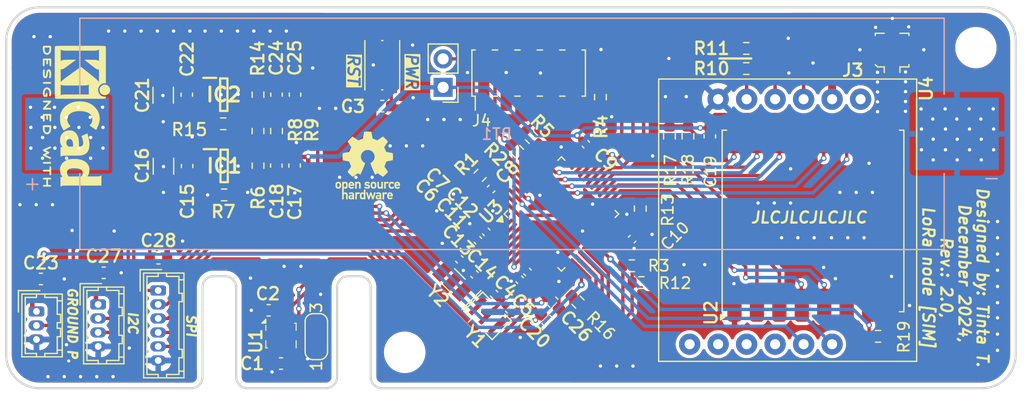
<source format=kicad_pcb>
(kicad_pcb (version 20240108) (generator "pcbnew") (generator_version "8.0")
  (title_block (title "Greenhouse LoRa Node (SIM)") (date "2024-12-16") (rev "2.0") (company "Tinta T."))
  (layers (0 "F.Cu" signal) (31 "B.Cu" signal) (34 "B.Paste" user) (35 "F.Paste" user) (36 "B.SilkS" user "B.Silkscreen") (37 "F.SilkS" user "F.Silkscreen") (38 "B.Mask" user) (39 "F.Mask" user) (44 "Edge.Cuts" user))
  (net 0 "")
  (net 1 "GND")
  (net 2 "/NRST")
  (net 3 "/HSE_IN")
  (net 4 "/HSE_OUT")
  (net 5 "+3.3V")
  (net 6 "Net-(JP1-C)")
  (net 7 "Net-(U3-BOOT0)")
  (net 9 "/SDA")
  (net 10 "/SCL")
  (net 15 "/LSE_IN")
  (net 16 "/LSE_OUT")
  (net 17 "+Vbat")
  (net 18 "Net-(IC1-ADJ)")
  (net 19 "Net-(J3-In)")
  (net 20 "/SCK")
  (net 21 "/NSS")
  (net 22 "/DIO1")
  (net 23 "/RESET")
  (net 24 "/MOSI")
  (net 25 "/DIO0")
  (net 26 "/MISO")
  (net 27 "/AN_BAT")
  (net 28 "unconnected-(J4-Pin_8-Pad8)")
  (net 32 "/SIM_SLP")
  (net 33 "/SIM_RX")
  (net 34 "/SIM_RST")
  (net 35 "+4V")
  (net 37 "/SIM_ISR")
  (net 41 "/SIM_TX")
  (net 42 "Net-(IC2-ADJ)")
  (net 43 "Net-(U4-RXD)")
  (net 44 "Net-(U4-TXD)")
  (net 45 "/SCL_EX")
  (net 46 "/SDA_EX")
  (net 47 "/MOSI_EX")
  (net 48 "/SCK_EX")
  (net 49 "/CS_EX")
  (net 50 "/MISO_EX")
  (net 51 "/AN_E_HUM")
  (net 52 "Net-(J2-Pin_2)")
  (net 53 "Net-(J4-Pin_7)")
  (net 54 "Net-(J4-Pin_4)")
  (net 55 "Net-(J4-Pin_9)")
  (net 56 "/SWDIO")
  (net 57 "/SWDCLK")
  (net 58 "/DIO2")
  (net 59 "/DIO3")
  (net 60 "/DIO4")
  (net 61 "/DIO5")
  (net 62 "/EHUM_PWR")
  (footprint "Resistor_SMD:R_0603_1608Metric" (layer "F.Cu") (at 171.67868 71.171319 180)
    (property "Reference" "R10")
    (property "Value" "0R")
  )
  (footprint "Capacitor_SMD:C_0402_1005Metric" (layer "F.Cu") (at 161.50368 86.396319 -135)
    (property "Reference" "C10")
    (property "Value" "100nF")
  )
  (footprint "Connector_Hirose:Hirose_DF13-04P-1.25DSA_1x04_P1.25mm_Vertical" (layer "F.Cu") (at 113.9 92.225 -90)
    (property "Reference" "J1" (hide yes))
    (property "Value" "Conn_01x04_Socket" (hide yes))
  )
  (footprint "Resistor_SMD:R_0603_1608Metric" (layer "F.Cu") (at 156.67868 92.021319 -45)
    (property "Reference" "R16")
    (property "Value" "10k")
  )
  (footprint "Connector_PinHeader_2.00mm:PinHeader_2x05_P2.00mm_Vertical_SMD" (layer "F.Cu") (at 152.27868 71.571319 90)
    (property "Reference" "J4")
    (property "Value" "2x5_2.00mm")
  )
  (footprint "Capacitor_SMD:C_0402_1005Metric" (layer "F.Cu") (at 147.449391 89.54203 135)
    (property "Reference" "C14")
    (property "Value" "22pF")
  )
  (footprint "MountingHole:MountingHole_3.2mm_M3" (layer "F.Cu") (at 141.22868 96.5)
    (property "Reference" "H1" (hide yes))
    (property "Value" "MountingHole" (hide yes))
  )
  (footprint "Capacitor_SMD:C_0603_1608Metric" (layer "F.Cu") (at 119.27868 88.1)
    (property "Reference" "C28")
    (property "Value" "1uF")
  )
  (footprint "Resistor_SMD:R_0603_1608Metric" (layer "F.Cu") (at 166.47868 77.221319 -90)
    (property "Reference" "R18")
    (property "Value" "10k")
  )
  (footprint "Capacitor_SMD:C_0603_1608Metric" (layer "F.Cu") (at 131.45 73.5 -90)
    (property "Reference" "C25")
    (property "Value" "10nF")
  )
  (footprint "RF_Module:HOPERF_RFM9XW_SMD" (layer "F.Cu") (at 177.62868 84.771319 90)
    (property "Reference" "U2")
    (property "Value" "RFM95W-868S2")
  )
  (footprint "SPX5205M5-L-3-3_TR:SOT95P280X145-5N" (layer "F.Cu") (at 125.1 73.5)
    (property "Reference" "IC2")
    (property "Value" "SPX5205M5-L/TR" (hide yes))
  )
  (footprint "SIM800L-Core-Module-KiCad-Footprint-main:SIM800L-CORE" (layer "F.Cu") (at 181.87 73.905 -90)
    (property "Reference" "U4")
    (property "Value" "SIM800L-CORE")
  )
  (footprint "Capacitor_SMD:C_0603_1608Metric" (layer "F.Cu") (at 121.8325 79.87 -90)
    (property "Reference" "C15")
    (property "Value" "100nF")
  )
  (footprint "Capacitor_SMD:C_0603_1608Metric" (layer "F.Cu") (at 130.2 97.5)
    (property "Reference" "C1")
    (property "Value" "100nF")
  )
  (footprint "Resistor_SMD:R_0603_1608Metric" (layer "F.Cu") (at 161.47868 88.771319 180)
    (property "Reference" "R3")
    (property "Value" "4k7")
  )
  (footprint "Resistor_SMD:R_0603_1608Metric" (layer "F.Cu") (at 125.1325 82.45)
    (property "Reference" "R7")
    (property "Value" "12k")
  )
  (footprint "Connector_Hirose:Hirose_DF13-06P-1.25DSA_1x06_P1.25mm_Vertical" (layer "F.Cu") (at 119.25 90.975 -90)
    (property "Reference" "J6" (hide yes))
    (property "Value" "Conn_01x06_Socket" (hide yes))
  )
  (footprint "Capacitor_SMD:C_0603_1608Metric" (layer "F.Cu") (at 131.4125 79.83 -90)
    (property "Reference" "C17")
    (property "Value" "1uF")
  )
  (footprint "Capacitor_SMD:C_0402_1005Metric" (layer "F.Cu") (at 148.5 85.75 135)
    (property "Reference" "C7")
    (property "Value" "100nF")
  )
  (footprint "Crystal:Crystal_SMD_3215-2Pin_3.2x1.5mm" (layer "F.Cu") (at 145.52868 90.121319 135)
    (property "Reference" "Y2")
    (property "Value" "32.768kHz")
  )
  (footprint "Capacitor_SMD:C_0402_1005Metric" (layer "F.Cu") (at 150.549391 92.64203 135)
    (property "Reference" "C5")
    (property "Value" "22pF")
  )
  (footprint "Capacitor_SMD:C_0603_1608Metric" (layer "F.Cu") (at 139.22868 74.521319 180)
    (property "Reference" "C3")
    (property "Value" "0.1uF")
  )
  (footprint "Package_LGA:Bosch_LGA-8_2x2.5mm_P0.65mm_ClockwisePinNumbering" (layer "F.Cu") (at 130.2 95)
    (property "Reference" "U1")
    (property "Value" "BME280")
  )
  (footprint "Resistor_SMD:R_0603_1608Metric" (layer "F.Cu") (at 129.8 76.75 90)
    (property "Reference" "R9")
    (property "Value" "10k")
  )
  (footprint "Connector_Coaxial:U.FL_Molex_MCRF_73412-0110_Vertical" (layer "F.Cu") (at 184.67868 69.521319)
    (property "Reference" "J3")
    (property "Value" "UF.L")
  )
  (footprint "Resistor_SMD:R_0603_1608Metric" (layer "F.Cu") (at 183.42868 95.071319 180)
    (property "Reference" "R19")
    (property "Value" "10k")
  )
  (footprint "Capacitor_SMD:C_0603_1608Metric" (layer "F.Cu") (at 168.42868 77.221319 -90)
    (property "Reference" "C19")
    (property "Value" "1uF")
  )
  (footprint "Resistor_SMD:R_0603_1608Metric" (layer "F.Cu") (at 128.15 76.75 -90)
    (property "Reference" "R8")
    (property "Value" "10k")
  )
  (footprint "Symbol:OSHW-Logo_5.7x6mm_SilkScreen" (layer "F.Cu") (at 137.92868 79.821319)
    (property "Reference" "REF**" (hide yes))
    (property "Value" "OSHW-Logo_5.7x6mm_SilkScreen" (hide yes))
  )
  (footprint "Connector_Hirose:Hirose_DF13-03P-1.25DSA_1x03_P1.25mm_Vertical" (layer "F.Cu") (at 108.4 92.85 -90)
    (property "Reference" "J7" (hide yes))
    (property "Value" "Conn_01x03_Socket" (hide yes))
  )
  (footprint "Crystal:Resonator_SMD_Murata_CSTxExxV-3Pin_3.0x1.1mm" (layer "F.Cu") (at 148.599391 93.24203 -45)
    (property "Reference" "Y1")
    (property "Value" "12MHz")
  )
  (footprint "Symbol:KiCad-Logo2_5mm_SilkScreen" (layer "F.Cu") (at 111.97868 75.421319 -90)
    (property "Reference" "REF**" (hide yes))
    (property "Value" "KiCad-Logo2_5mm_SilkScreen" (hide yes))
  )
  (footprint "Capacitor_SMD:C_1206_3216Metric" (layer "F.Cu") (at 119.7225 79.89 -90)
    (property "Reference" "C16")
    (property "Value" "4.7uF")
  )
  (footprint "Capacitor_SMD:C_0603_1608Metric" (layer "F.Cu") (at 129.1 92.75 180)
    (property "Reference" "C2")
    (property "Value" "100nF")
  )
  (footprint "Package_QFP:LQFP-48_7x7mm_P0.5mm" (layer "F.Cu") (at 155.2 84.15 45)
    (property "Reference" "U3")
    (property "Value" "STM32F103C8Tx")
  )
  (footprint "Resistor_SMD:R_0603_1608Metric" (layer "F.Cu") (at 164.82868 77.221319 -90)
    (property "Reference" "R17")
    (property "Value" "10k")
  )
  (footprint "Capacitor_SMD:C_0402_1005Metric" (layer "F.Cu") (at 148.92868 81.921319 45)
    (property "Reference" "C8")
    (property "Value" "100nF")
  )
  (footprint "Capacitor_SMD:C_0603_1608Metric" (layer "F.Cu") (at 129.7825 79.83 -90)
    (property "Reference" "C18")
    (property "Value" "10nF")
  )
  (footprint "SPX5205M5-L-3-3_TR:SOT95P280X145-5N" (layer "F.Cu") (at 125.1325 79.86)
    (property "Reference" "IC1")
    (property "Value" "SPX5205M5-L/TR" (hide yes))
  )
  (footprint "Connector_PinHeader_2.54mm:PinHeader_1x02_P2.54mm_Vertical" (layer "F.Cu") (at 144.65 72.846319 180)
    (property "Reference" "J2" (hide yes))
    (property "Value" "Conn_01x02_Pin")
  )
  (footprint "Resistor_SMD:R_0603_1608Metric" (layer "F.Cu") (at 158.67868 73.721319 -90)
    (property "Reference" "R4")
    (property "Value" "100")
  )
  (footprint "Capacitor_SMD:C_0402_1005Metric" (layer "F.Cu") (at 146.099391 88.19203 -45)
    (property "Reference" "C13")
    (property "Value" "22pF")
  )
  (footprint "Capacitor_SMD:C_1206_3216Metric" (layer "F.Cu") (at 119.7 73.55 -90)
    (property "Reference" "C21")
    (property "Value" "4.7uF")
  )
  (footprint "Resistor_SMD:R_0603_1608Metric" (layer "F.Cu") (at 162.32868 90.271319 180)
    (property "Reference" "R12")
    (property "Value" "4k7")
  )
  (footprint "Resistor_SMD:R_0603_1608Metric" (layer "F.Cu") (at 128.1525 79.84 90)
    (property "Reference" "R6")
    (property "Value" "20k")
  )
  (footprint "MountingHole:MountingHole_3.2mm_M3" (layer "F.Cu") (at 192.15 69.3)
    (property "Reference" "H2" (hide yes))
    (property "Value" "MountingHole" (hide yes))
  )
  (footprint "Button_Switch_SMD:SW_Push_1P1T_NO_CK_KMR2" (layer "F.Cu") (at 139.22868 70.871319 90)
    (property "Reference" "SW1" (hide yes))
    (property "Value" "SW_SPST")
  )
  (footprint "Jumper:SolderJumper-3_P1.3mm_Open_RoundedPad1.0x1.5mm_NumberLabels" (layer "F.Cu") (at 133.35 95.1 90)
    (property "Reference" "JP1" (hide yes))
    (property "Value" "I2C address")
  )
  (footprint "Resistor_SMD:R_0603_1608Metric" (layer "F.Cu") (at 125.05 76.1)
    (property "Reference" "R15")
    (property "Value" "10k")
  )
  (footprint "Capacitor_SMD:C_0603_1608Metric" (layer "F.Cu") (at 154.42868 92.021319 -45)
    (property "Reference" "C26")
    (property "Value" "10nF")
  )
  (footprint "Resistor_SMD:R_0603_1608Metric" (layer "F.Cu") (at 152.52868 77.321319 -45)
    (property "Reference" "R5")
    (property "Value" "100")
  )
  (footprint "Capacitor_SMD:C_0603_1608Metric" (layer "F.Cu") (at 108.8 89.95)
    (property "Reference" "C23")
    (property "Value" "1uF")
  )
  (footprint "Capacitor_SMD:C_0603_1608Metric" (layer "F.Cu") (at 114.4 89.4)
    (property "Reference" "C27")
    (property "Value" "1uF")
  )
  (footprint "Resistor_SMD:R_0603_1608Metric" (layer "F.Cu") (at 162.22868 83.671319 90)
    (property "Reference" "R13")
    (property "Value" "10k")
  )
  (footprint "Capacitor_SMD:C_0402_1005Metric" (layer "F.Cu") (at 151.47868 90.021319 135)
    (property "Reference" "C11")
    (property "Value" "1uF")
  )
  (footprint "Resistor_SMD:R_0603_1608Metric" (layer "F.Cu") (at 147.95 80.7 45)
    (property "Reference" "R1")
    (property "Value" "10k")
  )
  (footprint "Capacitor_SMD:C_0603_1608Metric" (layer "F.Cu") (at 153.92868 93.671319 -45)
    (property "Reference" "C20")
    (property "Value" "10nF")
  )
  (footprint "Capacitor_SMD:C_0402_1005Metric" (layer "F.Cu") (at 147.75 86.5 135)
    (property "Reference" "C6")
    (property "Value" "4.7uF")
  )
  (footprint "Resistor_SMD:R_0603_1608Metric" (layer "F.Cu") (at 151.27868 78.571319 135)
    (property "Reference" "R2")
    (property "Value" "100")
  )
  (footprint "Capacitor_SMD:C_0402_1005Metric" (layer "F.Cu") (at 152.175 89.325 135)
    (property "Reference" "C12")
    (property "Value" "10nF")
  )
  (footprint "Capacitor_SMD:C_0603_1608Metric" (layer "F.Cu") (at 121.8 73.5 -90)
    (property "Reference" "C22")
    (property "Value" "100nF")
  )
  (footprint "Resistor_SMD:R_0603_1608Metric" (layer "F.Cu") (at 171.67868 69.371319)
    (property "Reference" "R11")
    (property "Value" "0R")
  )
  (footprint "Capacitor_SMD:C_0402_1005Metric" (layer "F.Cu") (at 149.199391 91.29203 -45)
    (property "Reference" "C4")
    (property "Value" "22pF")
  )
  (footprint "Resistor_SMD:R_0603_1608Metric" (layer "F.Cu") (at 128.15 73.5 90)
    (property "Reference" "R14")
    (property "Value" "22k")
  )
  (footprint "Capacitor_SMD:C_0603_1608Metric" (layer "F.Cu") (at 129.8 73.5 -90)
    (property "Reference" "C24")
    (property "Value" "1uF")
  )
  (footprint "Capacitor_SMD:C_0402_1005Metric" (layer "F.Cu") (at 157.37868 77.921319 -45)
    (property "Reference" "C9")
    (property "Value" "100nF")
  )
  (footprint "18650:18650 Battery holder" (layer "B.Cu") (at 150.792888 77 180)
    (property "Reference" "BT1")
    (property "Value" "18650 Battery holder" (hide yes))
  )
  (gr_line (start 169.27868 70.271319) (end 172.12868 70.271319) (stroke (width 0.2)) (layer "F.SilkS"))
  (gr_arc (start 195.7 96.699999) (mid 194.82132 98.821319) (end 192.7 99.699999) (stroke (width 0.2)) (layer "Edge.Cuts"))
  (gr_arc (start 108.7 99.699999) (mid 106.57868 98.821319) (end 105.7 96.699999) (stroke (width 0.2)) (layer "Edge.Cuts"))
  (gr_line (start 136.2 89.699999) (end 137.2 89.699999) (stroke (width 0.2)) (layer "Edge.Cuts"))
  (gr_line (start 135.2 98.699999) (end 135.2 90.699999) (stroke (width 0.2)) (layer "Edge.Cuts"))
  (gr_arc (start 137.2 89.699999) (mid 137.907107 89.992892) (end 138.2 90.699999) (stroke (width 0.2)) (layer "Edge.Cuts"))
  (gr_line (start 108.7 99.699999) (end 122.2 99.699999) (stroke (width 0.2)) (layer "Edge.Cuts"))
  (gr_line (start 138.2 90.699999) (end 138.2 98.699999) (stroke (width 0.2)) (layer "Edge.Cuts"))
  (gr_arc (start 192.699999 65.699999) (mid 194.82132 66.578679) (end 195.7 68.7) (stroke (width 0.2)) (layer "Edge.Cuts"))
  (gr_line (start 105.7 68.7) (end 105.7 96.699999) (stroke (width 0.2)) (layer "Edge.Cuts"))
  (gr_line (start 126.2 90.699999) (end 126.2 98.699999) (stroke (width 0.2)) (layer "Edge.Cuts"))
  (gr_arc (start 139.2 99.699999) (mid 138.492893 99.407106) (end 138.2 98.699999) (stroke (width 0.2)) (layer "Edge.Cuts"))
  (gr_line (start 124.2 89.699999) (end 125.2 89.699999) (stroke (width 0.2)) (layer "Edge.Cuts"))
  (gr_line (start 139.2 99.699999) (end 192.7 99.699999) (stroke (width 0.2)) (layer "Edge.Cuts"))
  (gr_arc (start 125.2 89.699999) (mid 125.907107 89.992892) (end 126.2 90.699999) (stroke (width 0.2)) (layer "Edge.Cuts"))
  (gr_line (start 123.2 98.699999) (end 123.2 90.699999) (stroke (width 0.2)) (layer "Edge.Cuts"))
  (gr_arc (start 135.2 98.699999) (mid 134.907107 99.407106) (end 134.2 99.699999) (stroke (width 0.2)) (layer "Edge.Cuts"))
  (gr_line (start 195.7 96.699999) (end 195.7 68.7) (stroke (width 0.2)) (layer "Edge.Cuts"))
  (gr_arc (start 123.2 90.699999) (mid 123.492893 89.992892) (end 124.2 89.699999) (stroke (width 0.2)) (layer "Edge.Cuts"))
  (gr_line (start 192.699999 65.699999) (end 108.700001 65.699999) (stroke (width 0.2)) (layer "Edge.Cuts"))
  (gr_arc (start 105.7 68.7) (mid 106.57868 66.578679) (end 108.700001 65.699999) (stroke (width 0.2)) (layer "Edge.Cuts"))
  (gr_arc (start 135.2 90.699999) (mid 135.492893 89.992892) (end 136.2 89.699999) (stroke (width 0.2)) (layer "Edge.Cuts"))
  (gr_arc (start 127.2 99.699999) (mid 126.492893 99.407106) (end 126.2 98.699999) (stroke (width 0.2)) (layer "Edge.Cuts"))
  (gr_arc (start 123.2 98.699999) (mid 122.907107 99.407106) (end 122.2 99.699999) (stroke (width 0.2)) (layer "Edge.Cuts"))
  (gr_line (start 127.2 99.699999) (end 134.2 99.699999) (stroke (width 0.2)) (layer "Edge.Cuts"))
  (gr_text "I2C" (at 116.52868 92.771319 270) (layer "F.SilkS") (effects (font (size 0.8 0.8) (thickness 0.2) (bold yes) (italic yes)) (justify left bottom)))
  (gr_text "GROUND P." (at 111.12868 90.621319 270) (layer "F.SilkS") (effects (font (size 0.8 0.8) (thickness 0.2) (bold yes) (italic yes)) (justify left bottom)))
  (gr_text "SPI" (at 121.72868 93.021319 270) (layer "F.SilkS") (effects (font (size 0.8 0.8) (thickness 0.2) (bold yes) (italic yes)) (justify left bottom)))
  (gr_text "PWR" (at 141.27868 69.721319 270) (layer "F.SilkS" knockout) (effects (font (size 1 1) (thickness 0.2) (bold yes) (italic yes)) (justify left bottom)))
  (gr_text "RST" (at 136.07868 69.771319 270) (layer "F.SilkS" knockout) (effects (font (size 1 1) (thickness 0.2) (bold yes) (italic yes)) (justify left bottom)))
  (gr_text "JLCJLCJLCJLC" (at 172 85.05 0) (layer "F.SilkS") (effects (font (size 1 1) (thickness 0.2) (bold yes) (italic yes)) (justify left bottom)))
  (gr_text "Designed by: Tinta T.\nDecember 2024, \nRev.: 2.0,\nLoRa node [SIM]\n" (at 187.32868 89.821319 270) (layer "F.SilkS") (effects (font (size 1 1) (thickness 0.2) (bold yes) (italic yes)) (justify bottom)))
  (segment (start 129.425 97.5) (end 129.875 97.05) (width 0.3) (layer "F.Cu") (net 1))
  (segment (start 129.8 74.35) (end 129.875 74.275) (width 0.4) (layer "F.Cu") (net 1))
  (segment (start 160.99271 86.76073) (end 161.189269 86.76073) (width 0.3) (layer "F.Cu") (net 1))
  (segment (start 151.87868 88.996319) (end 151.87868 88.53198) (width 0.3) (layer "F.Cu") (net 1))
  (segment (start 157.87868 78.150141) (end 157.87868 77.121319) (width 0.3) (layer "F.Cu") (net 1))
  (segment (start 184.25368 95.071319) (end 184.32868 94.996319) (width 0.4) (layer "F.Cu") (net 1))
  (segment (start 147.366637 81.283363) (end 147.404593 81.321319) (width 0.3) (layer "F.Cu") (net 1))
  (segment (start 121.754999 80.645) (end 121.8325 80.645) (width 0.4) (layer "F.Cu") (net 1))
  (segment (start 149.538802 91.631441) (end 149.924391 92.01703) (width 0.3) (layer "F.Cu") (net 1))
  (segment (start 154.976688 93.719327) (end 154.976688 92.569327) (width 0.3) (layer "F.Cu") (net 1))
  (segment (start 156.552342 79.615678) (end 157.718091 78.449929) (width 0.3) (layer "F.Cu") (net 1))
  (segment (start 154.476688 94.219327) (end 154.976688 93.719327) (width 0.3) (layer "F.Cu") (net 1))
  (segment (start 146.774391 88.86703) (end 147.10998 89.202619) (width 0.3) (layer "F.Cu") (net 1))
  (segment (start 184.32868 94.996319) (end 184.32868 92.746319) (width 0.4) (layer "F.Cu") (net 1))
  (segment (start 149.839339 81.971319) (end 150.665678 82.797658) (width 0.3) (layer "F.Cu") (net 1))
  (segment (start 129.8 74.275) (end 129.8 74.35) (width 0.4) (layer "F.Cu") (net 1))
  (segment (start 119.7225 82.22256) (end 119.7225 81.365) (width 0.4) (layer "F.Cu") (net 1))
  (segment (start 146.438802 88.531441) (end 146.774391 88.86703) (width 0.3) (layer "F.Cu") (net 1))
  (segment (start 129.425 98.225) (end 129.4 98.25) (width 0.3) (layer "F.Cu") (net 1))
  (segment (start 129.425 97.5) (end 129.425 98.225) (width 0.3) (layer "F.Cu") (net 1))
  (segment (start 150.30147 91.548529) (end 150.292892 91.548529) (width 0.3) (layer "F.Cu") (net 1))
  (segment (start 161.218091 86.76073) (end 161.67868 87.221319) (width 0.3) (layer "F.Cu") (net 1))
  (segment (start 168.07868 77.996319) (end 168.42868 77.996319) (width 0.3) (layer "F.Cu") (net 1))
  (segment (start 150.292892 91.548529) (end 149.924391 91.91703) (width 0.3) (layer "F.Cu") (net 1))
  (segment (start 184.25368 92.671319) (end 184.62868 92.296319) (width 0.3) (layer "F.Cu") (net 1))
  (segment (start 121.8 74.299999) (end 121.8 74.275) (width 0.4) (layer "F.Cu") (net 1))
  (segment (start 123.85 73.5) (end 124.85 73.5) (width 0.4) (layer "F.Cu") (net 1))
  (segment (start 123.657361 82.45) (end 124.3075 82.45) (width 0.3) (layer "F.Cu") (net 1))
  (segment (start 157.768091 78.26073) (end 157.87868 78.150141) (width 0.3) (layer "F.Cu") (net 1))
  (segment (start 150.724999 90.15) (end 151.87868 88.996319) (width 0.3) (layer "F.Cu") (net 1))
  (segment (start 146.449391 89.19203) (end 146.774391 88.86703) (width 0.3) (layer "F.Cu") (net 1))
  (segment (start 147.366637 81.283363) (end 147.333363 81.283363) (width 0.3) (layer "F.Cu") (net 1))
  (segment (start 147.404593 81.321319) (end 148.957503 81.321319) (width 0.3) (layer "F.Cu") (net 1))
  (segment (start 161.189269 86.76073) (end 161.218091 86.76073) (width 0.3) (layer "F.Cu") (net 1))
  (segment (start 148.957503 81.321319) (end 149.218092 81.581908) (width 0.3) (layer "F.Cu") (net 1))
  (segment (start 146.449391 89.200608) (end 145.47868 90.171319) (width 0.3) (layer "F.Cu") (net 1))
  (segment (start 133.25 96.4) (end 133.35 96.4) (width 0.4) (layer "F.Cu") (net 1))
  (segment (start 152.786998 87.623662) (end 153.739339 86.671319) (width 0.3) (layer "F.Cu") (net 1))
  (segment (start 124.89 79.86) (end 124.9 79.85) (width 0.4) (layer "F.Cu") (net 1))
  (segment (start 129.875 97.05) (end 129.875 95.8) (width 0.3) (layer "F.Cu") (net 1))
  (segment (start 157.718091 78.26073) (end 157.768091 78.26073) (width 0.3) (layer "F.Cu") (net 1))
  (segment (start 146.449391 89.19203) (end 146.449391 89.200608) (width 0.3) (layer "F.Cu") (net 1))
  (segment (start 159.734322 85.502342) (end 159.103299 84.871319) (width 0.3) (layer "F.Cu") (net 1))
  (segment (start 166.47868 76.396319) (end 168.07868 77.996319) (width 0.3) (layer "F.Cu") (net 1))
  (segment (start 184.32868 92.746319) (end 184.25368 92.671319) (width 0.4) (layer "F.Cu") (net 1))
  (segment (start 123.8825 79.86) (end 124.89 79.86) (width 0.4) (layer "F.Cu") (net 1))
  (segment (start 149.67868 81.971319) (end 149.839339 81.971319) (width 0.3) (layer "F.Cu") (net 1))
  (segment (start 128.325 92.75) (end 127.55 92.75) (width 0.3) (layer "F.Cu") (net 1))
  (segment (start 159.734322 85.502342) (end 160.99271 86.76073) (width 0.3) (layer "F.Cu") (net 1))
  (segment (start 149.218092 81.581908) (end 149.289269 81.581908) (width 0.3) (layer "F.Cu") (net 1))
  (segment (start 156.27868 69.486319) (end 156.27868 70.271319) (width 0.3) (layer "F.Cu") (net 1))
  (segment (start 129.7825 80.605) (end 131.4125 80.605) (width 0.4) (layer "F.Cu") (net 1))
  (segment (start 159.103299 84.871319) (end 158.47868 84.871319) (width 0.3) (layer "F.Cu") (net 1))
  (segment (start 115.957361 89.4) (end 115.175 89.4) (width 0.3) (layer "F.Cu") (net 1))
  (segment (start 149.289269 81.581908) (end 149.67868 81.971319) (width 0.3) (layer "F.Cu") (net 1))
  (segment (start 149.824391 92.01703) (end 148.599391 93.24203) (width 0.3) (layer "F.Cu") (net 1))
  (segment (start 120.25368 88.096319) (end 120.25368 88.1) (width 0.3) (layer "F.Cu") (net 1))
  (segment (start 129.875 74.275) (end 131.45 74.275) (width 0.4) (layer "F.Cu") (net 1))
  (segment (start 157.718091 78.449929) (end 157.718091 78.26073) (width 0.3) (layer "F.Cu") (net 1))
  (segment (start 154.976688 90.173311) (end 154.976688 92.569327) (width 0.3) (layer "F.Cu") (net 1))
  (segment (start 132.575 97.075) (end 133.25 96.4) (width 0.4) (layer "F.Cu") (net 1))
  (segment (start 119.7 75.025) (end 119.7 75.917667) (width 0.4) (layer "F.Cu") (net 1))
  (segment (start 149.924391 92.01703) (end 150.20998 92.302619) (width 0.3) (layer "F.Cu") (net 1))
  (segment (start 151.87868 88.53198) (end 152.786998 87.623662) (width 0.3) (layer "F.Cu") (net 1))
  (via (at 149.07868 83.871319) (size 0.5) (drill 0.3) (layers "F.Cu" "B.Cu") (net 1))
  (via (at 151.52868 95.171319) (size 0.5) (drill 0.3) (layers "F.Cu" "B.Cu") (net 1))
  (via (at 161.02868 84.171319) (size 0.5) (drill 0.3) (layers "F.Cu" "B.Cu") (net 1))
  (via (at 131.57868 77.771319) (size 0.5) (drill 0.3) (layers "F.Cu" "B.Cu") (net 1))
  (via (at 183.37868 72.371319) (size 0.5) (drill 0.3) (layers "F.Cu" "B.Cu") (net 1))
  (via (at 194.07868 90.621319) (size 0.5) (drill 0.3) (layers "F.Cu" "B.Cu") (net 1))
  (via (at 123.42868 67.821319) (size 0.5) (drill 0.3) (layers "F.Cu" "B.Cu") (net 1))
  (via (at 136.87868 80.871319) (size 0.5) (drill 0.3) (layers "F.Cu" "B.Cu") (net 1))
  (via (at 179.27868 86.271319) (size 0.5) (drill 0.3) (layers "F.Cu" "B.Cu") (net 1))
  (via (at 164.77868 70.271319) (size 0.6) (drill 0.3) (layers "F.Cu" "B.Cu") (net 1))
  (via (at 183.37868 75.021319) (size 0.5) (drill 0.3) (layers "F.Cu" "B.Cu") (net 1))
  (via (at 124.87868 67.821319) (size 0.5) (drill 0.3) (layers "F.Cu" "B.Cu") (net 1))
  (via (at 141.37868 78.071319) (size 0.5) (drill 0.3) (layers "F.Cu" "B.Cu") (net 1))
  (via (at 141.92868 69.071319) (size 0.6) (drill 0.3) (layers "F.Cu" "B.Cu") (net 1))
  (via (at 163.32868 78.971319) (size 0.5) (drill 0.3) (layers "F.Cu" "B.Cu") (net 1))
  (via (at 127.47868 89.871319) (size 0.5) (drill 0.3) (layers "F.Cu" "B.Cu") (net 1))
  (via (at 146.17868 75.721319) (size 0.5) (drill 0.3) (layers "F.Cu" "B.Cu") (net 1))
  (via (at 130.67868 67.821319) (size 0.5) (drill 0.3) (layers "F.Cu" "B.Cu") (net 1))
  (via (at 115.22868 98.671319) (size 0.5) (drill 0.3) (layers "F.Cu" "B.Cu") (net 1))
  (via (at 109.82868 83.321319) (size 0.5) (drill 0.3) (layers "F.Cu" "B.Cu") (net 1))
  (via (at 157.07868 85.671319) (size 0.5) (drill 0.3) (layers "F.Cu" "B.Cu") (net 1))
  (via (at 180.72868 86.271319) (size 0.5) (drill 0.3) (layers "F.Cu" "B.Cu") (net 1))
  (via (at 185.87868 74.109304) (size 0.5) (drill 0.3) (layers "F.Cu" "B.Cu") (net 1))
  (via (at 115.957361 89.4) (size 0.5) (drill 0.3) (layers "F.Cu" "B.Cu") (net 1))
  (via (at 172.72868 83.171319) (size 0.5) (drill 0.3) (layers "F.Cu" "B.Cu") (net 1))
  (via (at 133.02868 71.121319) (size 0.5) (drill 0.3) (layers "F.Cu" "B.Cu") (net 1))
  (via (at 192.62868 79.321319) (size 0.5) (drill 0.3) (layers "F.Cu" "B.Cu") (net 1))
  (via (at 153.27868 82.471319) (size 0.5) (drill 0.3) (layers "F.Cu" "B.Cu") (net 1))
  (via (at 189.407108 74.771319) (size 0.5) (drill 0.3) (layers "F.Cu" "B.Cu") (net 1))
  (via (at 126.37868 79.871319) (size 0.5) (drill 0.3) (layers "F.Cu" "B.Cu") (net 1))
  (via (at 182.17868 86.271319) (size 0.5) (drill 0.3) (layers "F.Cu" "B.Cu") (net 1))
  (via (at 189.442892 76.571319) (size 0.5) (drill 0.3) (layers "F.Cu" "B.Cu") (net 1))
  (via (at 190.450004 75.671319) (size 0.5) (drill 0.3) (layers "F.Cu" "B.Cu") (net 1))
  (via (at 130.47868 88.821319) (size 0.5) (drill 0.3) (layers "F.Cu" "B.Cu") (net 1))
  (via (at 161.57868 97.721319) (size 0.5) (drill 0.3) (layers "F.Cu" "B.Cu") (net 1))
  (via (at 175.62868 83.171319) (size 0.5) (drill 0.3) (layers "F.Cu" "B.Cu") (net 1))
  (via (at 194.07868 93.421319) (size 0.5) (drill 0.3) (layers "F.Cu" "B.Cu") (net 1))
  (via (at 159.67868 75.471319) (size 0.6) (drill 0.3) (layers "F.Cu" "B.Cu") (net 1))
  (via (at 157.87868 77.121319) (size 0.6) (drill 0.3) (layers "F.Cu" "B.Cu") (net 1))
  (via (at 106.92868 83.321319) (size 0.5) (drill 0.3) (layers "F.Cu" "B.Cu") (net 1))
  (via (at 183.37868 74.137985) (size 0.5) (drill 0.3) (layers "F.Cu" "B.Cu") (net 1))
  (via (at 182.92868 82.221319) (size 0.5) (drill 0.3) (layers "F.Cu" "B.Cu") (net 1))
  (via (at 119.17868 67.821319) (size 0.5) (drill 0.3) (layers "F.Cu" "B.Cu") (net 1))
  (via (at 112.32868 98.671319) (size 0.5) (drill 0.3) (layers "F.Cu" "B.Cu") (net 1))
  (via (at 170.57868 90.371319) (size 0.5) (drill 0.3) (layers "F.Cu" "B.Cu") (net 1))
  (via (at 177.72868 86.271319) (size 0.5) (drill 0.3) (layers "F.Cu" "B.Cu") (net 1))
  (via (at 110.87868 89.95) (size 0.5) (drill 0.3) (layers "F.Cu" "B.Cu") (net 1))
  (via (at 187.3 76.571319) (size 0.5) (drill 0.3) (layers "F.Cu" "B.Cu") (net 1))
  (via (at 174.82868 86.271319) (size 0.5) (drill 0.3) (layers "F.Cu" "B.Cu") (net 1))
  (via (at 157.97868 83.271319) (size 0.5) (drill 0.3) (layers "F.Cu" "B.Cu") (net 1))
  (via (at 175.47868 71.571319) (size 0.6) (drill 0.3) (layers "F.Cu" "B.Cu") (net 1))
  (via (at 114.82868 67.821319) (size 0.5) (drill 0.3) (layers "F.Cu" "B.Cu") (net 1))
  (via (at 123.657361 82.45) (size 0.5) (drill 0.3) (layers "F.Cu" "B.Cu") (net 1))
  (via (at 132.575 97.075) (size 0.5) (drill 0.3) (layers "F.Cu" "B.Cu") (net 1))
  (via (at 127.55 92.75) (size 0.5) (drill 0.3) (layers "F.Cu" "B.Cu") (net 1))
  (via (at 141.97868 73.771319) (size 0.6) (drill 0.3) (layers "F.Cu" "B.Cu") (net 1))
  (via (at 185.87868 71.475971) (size 0.5) (drill 0.3) (layers "F.Cu" "B.Cu") (net 1))
  (via (at 164.47868 73.671319) (size 0.6) (drill 0.3) (layers "F.Cu" "B.Cu") (net 1))
  (via (at 191.585784 76.571319) (size 0.5) (drill 0.3) (layers "F.Cu" "B.Cu") (net 1))
  (via (at 138.32868 80.871319) (size 0.5) (drill 0.3) (layers "F.Cu" "B.Cu") (net 1))
  (via (at 183.20736 67.492638) (size 0.5) (drill 0.3) (layers "F.Cu" "B.Cu") (net 1))
  (via (at 193.692896 74.771319) (size 0.5) (drill 0.3) (layers "F.Cu" "B.Cu") (net 1))
  (via (at 161.67868 87.221319) (size 0.5) (drill 0.3) (layers "F.Cu" "B.Cu") (net 1))
  (via (at 131.42868 82.271319) (size 0.5) (drill 0.3) (layers "F.Cu" "B.Cu") (net 1))
  (via (at 111.57868 85.621319) (size 0.5) (drill 0.3) (layers "F.Cu" "B.Cu") (net 1))
  (via (at 194.07868 86.271319) (size 0.5) (drill 0.3) (layers "F.Cu" "B.Cu") (net 1))
  (via (at 145.57868 82.371319) (size 0.5) (drill 0.3) (layers "F.Cu" "B.Cu") (net 1))
  (via (at 150.27868 71.521319) (size 0.6) (drill 0.3) (layers "F.Cu" "B.Cu") (net 1))
  (via (at 183.37868 71.504652) (size 0.5) (drill 0.3) (layers "F.Cu" "B.Cu") (net 1))
  (via (at 192.592896 75.671319) (size 0.5) (drill 0.3) (layers "F.Cu" "B.Cu") (net 1))
  (via (at 158.67868 97.721319) (size 0.5) (drill 0.3) (layers "F.Cu" "B.Cu") (net 1))
  (via (at 121.42868 86.571319) (size 0.5) (drill 0.3) (layers "F.Cu" "B.Cu") (net 1))
  (via (at 109.42868 98.671319) (size 0.5) (drill 0.3) (layers "F.Cu" "B.Cu") (net 1))
  (via (at 167.97868 88.671319) (size 0.5) (drill 0.3) (layers "F.Cu" "B.Cu") (net 1))
  (via (at 191.55 74.771319) (size 0.5) (drill 0.3) (layers "F.Cu" "B.Cu") (net 1))
  (via (at 124.9 79.85) (size 0.5) (drill 0.3) (layers "F.Cu" "B.Cu") (net 1))
  (via (at 184.70736 66.692638) (size 0.5) (drill 0.3) (layers "F.Cu" "B.Cu") (net 1))
  (via (at 191.585784 78.421319) (size 0.5) (drill 0.3) (layers "F.Cu" "B.Cu") (net 1))
  (via (at 153.32868 71.571319) (size 0.6) (drill 0.3) (layers "F.Cu" "B.Cu") (net 1))
  (via (at 120.62868 67.821319) (size 0.5) (drill 0.3) (layers "F.Cu" "B.Cu") (net 1))
  (via (at 144.57868 86.771319) (size 0.5) (drill 0.3) (layers "F.Cu" "B.Cu") (net 1))
  (via (at 119.67868 73.571319) (size 0.5) (drill 0.3) (layers "F.Cu" "B.Cu") (net 1))
  (via (at 119.7225 82.22256) (size 0.5) (drill 0.3) (layers "F.Cu" "B.Cu") (net 1))
  (via (at 177.62868 70.671319) (size 0.6) (drill 0.3) (layers "F.Cu" "B.Cu") (net 1))
  (via (at 160.12868 97.721319) (size 0.5) (drill 0.3) (layers "F.Cu" "B.Cu") (net 1))
  (via (at 185.87868 72.342638) (size 0.5) (drill 0.3) (layers "F.Cu" "B.Cu") (net 1))
  (via (at 190.485788 77.471319) (size 0.5) (drill 0.3) (layers "F.Cu" "B.Cu") (net 1))
  (via (at 186.22868 92.321319) (size 0.5) (drill 0.3) (layers "F.Cu" "B.Cu") (net 1))
  (via (at 115.32868 85.671319) (size 0.5) (drill 0.3) (layers "F.Cu" "B.Cu") (net 1))
  (via (at 150.30147 91.548529) (size 0.5) (drill 0.3) (layers "F.Cu" "B.Cu") (net 1))
  (via (at 188.342896 79.321319) (size 0.5) (drill 0.3) (layers "F.Cu" "B.Cu") (net 1))
  (via (at 187.3 78.421319) (size 0.5) (drill 0.3) (layers "F.Cu" "B.Cu") (net 1))
  (via (at 113.77868 98.671319) (size 0.5) (drill 0.3) (layers "F.Cu" "B.Cu") (net 1))
  (via (at 194.07868 89.171319) (size 0.5) (drill 0.3) (layers "F.Cu" "B.Cu") (net 1))
  (via (at 143.27868 75.721319) (size 0.5) (drill 0.3) (layers "F.Cu" "B.Cu") (net 1))
  (via (at 174.17868 83.171319) (size 0.5) (drill 0.3) (layers "F.Cu" "B.Cu") (net 1))
  (via (at 181.80736 69.492638) (size 0.5) (drill 0.3) (layers "F.Cu" "B.Cu") (net 1))
  (via (at 192.62868 77.471319) (size 0.5) (drill 0.3) (layers "F.Cu" "B.Cu") (net 1))
  (via (at 122.07868 67.821319) (size 0.5) (drill 0.3) (layers "F.Cu" "B.Cu") (net 1))
  (via (at 187.50736 69.492638) (size 0.5) (drill 0.3) (layers "F.Cu" "B.Cu") (net 1))
  (via (at 194.07868 92.071319) (size 0.5) (drill 0.3) (layers "F.Cu" "B.Cu") (net 1))
  (via (at 150.724999 90.15) (size 0.5) (drill 0.3) (layers "F.Cu" "B.Cu") (net 1))
  (via (at 181.47868 82.221319) (size 0.5) (drill 0.3) (layers "F.Cu" "B.Cu") (net 1))
  (via (at 147.02868 85.021319) (size 0.5) (drill 0.3) (layers "F.Cu" "B.Cu") (net 1))
  (via (at 194.07868 94.871319) (size 0.5) (drill 0.3) (layers "F.Cu" "B.Cu") (net 1))
  (via (at 122.27868 77.271319) (size 0.5) (drill 0.3) (layers "F.Cu" "B.Cu") (net 1))
  (via (at 166.12868 88.671319) (size 0.5) (drill 0.3) (layers "F.Cu" "B.Cu") (net 1))
  (via (at 175.42868 68.471319) (size 0.6) (drill 0.3) (layers "F.Cu" "B.Cu") (net 1))
  (via (at 194.07868 84.821319) (size 0.5) (drill 0.3) (layers "F.Cu" "B.Cu") (net 1))
  (via (at 194.07868 87.721319) (size 0.5) (drill 0.3) (layers "F.Cu" "B.Cu") (net 1))
  (via (at 182.62868 79.621319) (size 0.5) (drill 0.3) (layers "F.Cu" "B.Cu") (net 1))
  (via (at 133.72868 91.321319) (size 0.5) (drill 0.3) (layers "F.Cu" "B.Cu") (net 1))
  (via (at 146.449391 89.19203) (size 0.5) (drill 0.3) (layers "F.Cu" "B.Cu") (net 1))
  (via (at 129.4 98.25) (size 0.5) (drill 0.3) (layers "F.Cu" "B.Cu") (net 1))
  (via (at 144.07868 83.871319) (size 0.5) (drill 0.3) (layers "F.Cu" "B.Cu") (net 1))
  (via (at 136.37868 74.721319) (size 0.5) (drill 0.3) (layers "F.Cu" "B.Cu") (net 1))
  (via (at 142.82868 78.071319) (size 0.5) (drill 0.3) (layers "F.Cu" "B.Cu") (net 1))
  (via (at 127.77868 67.821319) (size 0.5) (drill 0.3) (layers "F.Cu" "B.Cu") (net 1))
  (via (at 109.62868 68.321319) (size 0.5) (drill 0.3) (layers "F.Cu" "B.Cu") (net 1))
  (via (at 154.87868 87.571319) (size 0.5) (drill 0.3) (layers "F.Cu" "B.Cu") (net 1))
  (via (at 116.67868 96.121319) (size 0.5) (drill 0.3) (layers "F.Cu" "B.Cu") (net 1))
  (via (at 126.37868 73.471319) (size 0.5) (drill 0.3) (layers "F.Cu" "B.Cu") (net 1))
  (via (at 158.72868 69.471319) (size 0.6) (drill 0.3) (layers "F.Cu" "B.Cu") (net 1))
  (via (at 108.17868 68.321319) (size 0.5) (drill 0.3) (layers "F.Cu" "B.Cu") (net 1))
  (via (at 117.72868 67.821319) (size 0.5) (drill 0.3) (layers "F.Cu" "B.Cu") (net 1))
  (via (at 116.27868 67.821319) (size 0.5) (drill 0.3) (layers "F.Cu" "B.Cu") (net 1))
  (via (at 163.27868 85.971319) (size 0.5) (drill 0.3) (layers "F.Cu" "B.Cu") (net 1))
  (via (at 154.976688 90.173311) (size 0.5) (drill 0.3) (layers "F.Cu" "B.Cu") (net 1))
  (via (at 119.7 75.917667) (size 0.5) (drill 0.3) (layers "F.Cu" "B.Cu") (net 1))
  (via (at 110.87868 98.671319) (size 0.5) (drill 0.3) (layers "F.Cu" "B.Cu") (net 1))
  (via (at 193.72868 76.571319) (size 0.5) (drill 0.3) (layers "F.Cu" "B.Cu") (net 1))
  (via (at 119.72868 79.921319) (size 0.5) (drill 0.3) (layers "F.Cu" "B.Cu") (net 1))
  (via (at 126.32868 67.821319) (size 0.5) (drill 0.3) (layers "F.Cu" "B.Cu") (net 1))
  (via (at 186.15736 67.442638) (size 0.5) (drill 0.3) (layers "F.Cu" "B.Cu") (net 1))
  (via (at 180.02868 82.221319) (size 0.5) (drill 0.3) (layers "F.Cu" "B.Cu") (net 1))
  (via (at 178.57868 88.921319) (size 0.5) (drill 0.3) (layers "F.Cu" "B.Cu") (net 1))
  (via (at 139.92868 78.071319) (size 0.5) (drill 0.3) (layers "F.Cu" "B.Cu") (net 1))
  (via (at 124.85 73.5) (size 0.5) (drill 0.3) (layers "F.Cu" "B.Cu") (net 1))
  (via (at 179.62868 89.921319) (size 0.5) (drill 0.3) (layers "F.Cu" "B.Cu") (net 1))
  (via (at 155.17868 78.171319) (size 0.6) (drill 0.3) (layers "F.Cu" "B.Cu") (net 1))
  (via (at 129.22868 67.821319) (size 0.5) (drill 0.3) (layers "F.Cu" "B.Cu") (net 1))
  (via (at 189.442892 78.421319) (size 0.5) (drill 0.3) (layers "F.Cu" "B.Cu") (net 1))
  (via (at 108.37868 83.321319) (size 0.5) (drill 0.3) (layers "F.Cu" "B.Cu") (net 1))
  (via (at 166.32868 73.671319) (size 0.6) (drill 0.3) (layers "F.Cu" "B.Cu") (net 1))
  (via (at 135.42868 80.871319) (size 0.5) (drill 0.3) (layers "F.Cu" "B.Cu") (net 1))
  (via (at 190.485788 79.321319) (size 0.5) (drill 0.3) (layers "F.Cu" "B.Cu") (net 1))
  (via (at 185.87868 74.992638) (size 0.5) (drill 0.3) (layers "F.Cu" "B.Cu") (net 1))
  (via (at 133.62868 74.721319) (size 0.5) (drill 0.3) (layers "F.Cu" "B.Cu") (net 1))
  (via (at 131.97868 88.821319) (size 0.5) (drill 0.3) (layers "F.Cu" "B.Cu") (net 1))
  (via (at 127.22868 82.221319) (size 0.5) (drill 0.3) (layers "F.Cu" "B.Cu") (net 1))
  (via (at 184.62868 89.721319) (size 0.5) (drill 0.3) (layers "F.Cu" "B.Cu") (net 1))
  (via (at 176.27868 86.271319) (size 0.5) (drill 0.3) (layers "F.Cu" "B.Cu") (net 1))
  (via (at 146.82868 71.521319) (size 0.6) (drill 0.3) (layers "F.Cu" "B.Cu") (net 1))
  (via (at 194.07868 96.321319) (size 0.5) (drill 0.3) (layers "F.Cu" "B.Cu") (net 1))
  (via (at 188.342896 77.471319) (size 0.5) (drill 0.3) (layers "F.Cu" "B.Cu") (net 1))
  (via (at 188.307112 75.671319) (size 0.5) (drill 0.3) (layers "F.Cu" "B.Cu") (net 1))
  (via (at 175.62868 80.121319) (size 0.5) (drill 0.3) (layers "F.Cu" "B.Cu") (net 1))
  (via (at 138.42868 70.849999) (size 0.5) (drill 0.3) (layers "F.Cu" "B.Cu") (net 1))
  (via (at 185.87868 73.225971) (size 0.5) (drill 0.3) (layers "F.Cu" "B.Cu") (net 1))
  (via (at 144.72868 75.721319) (size 0.5) (drill 0.3) (layers "F.Cu" "B.Cu") (net 1))
  (via (at 187.264216 74.771319) (size 0.5) (drill 0.3) (layers "F.Cu" "B.Cu") (net 1))
  (via (at 111.07868 95.821319) (size 0.5) (drill 0.3) (layers "F.Cu" "B.Cu") (net 1))
  (via (at 183.37868 73.254652) (size 0.5) (drill 0.3) (layers "F.Cu" "B.Cu") (net 1))
  (via (at 135.07868 74.721319) (size 0.5) (drill 0.3) (layers "F.Cu" "B.Cu") (net 1))
  (via (at 193.72868 78.421319) (size 0.5) (drill 0.3) (layers "F.Cu" "B.Cu") (net 1))
  (segment (start 140.02868 68.821319) (end 140.02868 72.921319) (width 0.3) (layer "F.Cu") (net 2))
  (segment (start 150.97868 88.871319) (end 150.97868 88.724874) (width 0.3) (layer "F.Cu") (net 2))
  (segment (start 146.47868 74.521319) (end 140.00368 74.521319) (width 0.3) (layer "F.Cu") (net 2))
  (segment (start 140.02868 72.921319) (end 140.02868 74.496319) (width 0.3) (layer "F.Cu") (net 2))
  (segment (start 150.12868 77.471319) (end 150.12868 77.421319) (width 0.3) (layer "F.Cu") (net 2))
  (segment (start 150.17868 77.471319) (end 150.12868 77.471319) (width 0.3) (layer "F.Cu") (net 2))
  (segment (start 149.67868 76.971319) (end 148.92868 76.971319) (width 0.3) (layer "F.Cu") (net 2))
  (segment (start 148.92868 76.971319) (end 146.47868 74.521319) (width 0.3) (layer "F.Cu") (net 2))
  (segment (start 140.02868 74.496319) (end 140.00368 74.521319) (width 0.3) (layer "F.Cu") (net 2))
  (segment (start 150.695317 77.987956) (end 150.17868 77.471319) (width 0.3) (layer "F.Cu") (net 2))
  (segment (start 150.97868 88.724874) (end 152.433445 87.270109) (width 0.3) (layer "F.Cu") (net 2))
  (segment (start 150.12868 77.421319) (end 149.67868 76.971319) (width 0.3) (layer "F.Cu") (net 2))
  (via (at 150.97868 88.871319) (size 0.5) (drill 0.3) (layers "F.Cu" "B.Cu") (net 2))
  (via (at 150.12868 77.471319) (size 0.6) (drill 0.3) (layers "F.Cu" "B.Cu") (net 2))
  (segment (start 150.97868 88.871319) (end 150.97868 78.321319) (width 0.3) (layer "B.Cu") (net 2))
  (segment (start 150.97868 78.321319) (end 150.12868 77.471319) (width 0.3) (layer "B.Cu") (net 2))
  (segment (start 147.750863 92.393502) (end 147.750863 92.061736) (width 0.3) (layer "F.Cu") (net 3))
  (segment (start 149.4 88.889339) (end 149.4 90.412599) (width 0.3) (layer "F.Cu") (net 3))
  (segment (start 147.750863 92.061736) (end 148.85998 90.952619) (width 0.3) (layer "F.Cu") (net 3))
  (segment (start 151.726338 86.563002) (end 149.4 88.889339) (width 0.3) (layer "F.Cu") (net 3))
  (segment (start 149.4 90.412599) (end 148.85998 90.952619) (width 0.3) (layer "F.Cu") (net 3))
  (segment (start 149.779685 94.090558) (end 150.888802 92.981441) (width 0.3) (layer "F.Cu") (net 4))
  (segment (start 150.07868 88.917766) (end 150.07868 90.477209) (width 0.3) (layer "F.Cu") (net 4))
  (segment (start 151.32868 91.727209) (end 151.32868 92.541563) (width 0.3) (layer "F.Cu") (net 4))
  (segment (start 149.447919 94.090558) (end 149.779685 94.090558) (width 0.3) (layer "F.Cu") (net 4))
  (segment (start 151.32868 92.541563) (end 150.888802 92.981441) (width 0.3) (layer "F.Cu") (net 4))
  (segment (start 152.079891 86.916555) (end 150.07868 88.917766) (width 0.3) (layer "F.Cu") (net 4))
  (segment (start 150.07868 90.477209) (end 151.32868 91.727209) (width 0.3) (layer "F.Cu") (net 4))
  (segment (start 118.50368 86.410531) (end 119.242892 85.671319) (width 0.3) (layer "F.Cu") (net 5))
  (segment (start 107.07868 88.521319) (end 112.12868 83.471319) (width 0.4) (layer "F.Cu") (net 5))
  (segment (start 168.42868 75.721319) (end 168.42868 76.446319) (width 0.3) (layer "F.Cu") (net 5))
  (segment (start 129.875 94.75) (end 129.875 94.2) (width 0.3) (layer "F.Cu") (net 5))
  (segment (start 176.62868 76.59632) (end 176.62868 75.571319) (width 0.3) (layer "F.Cu") (net 5))
  (segment (start 118.52868 98.321319) (end 117.87868 97.671319) (width 0.3) (layer "F.Cu") (net 5))
  (segment (start 160.087876 85.148788) (end 159.210407 84.271319) (width 0.3) (layer "F.Cu") (net 5))
  (segment (start 167.57868 76.471319) (end 168.31618 76.471319) (width 0.3) (layer "F.Cu") (net 5))
  (segment (start 149.732231 82.571319) (end 150.312124 83.151212) (width 0.3) (layer "F.Cu") (net 5))
  (segment (start 154.136044 95.971319) (end 156.045317 94.062046) (width 0.3) (layer "F.Cu") (net 5))
  (segment (start 145.17868 85.671319) (end 148.589269 82.260731) (width 0.3) (layer "F.Cu") (net 5))
  (segment (start 151.432231 84.271319) (end 150.312124 83.151212) (width 0.3) (layer "F.Cu") (net 5))
  (segment (start 130.525 95.8) (end 130.525 95.25368) (width 0.3) (layer "F.Cu") (net 5))
  (segment (start 118.47868 88.125) (end 118.50368 88.1) (width 0.4) (layer "F.Cu") (net 5))
  (segment (start 112.52868 97.671319) (end 117.87868 97.671319) (width 0.4) (layer "F.Cu") (net 5))
  (segment (start 128.0475 78.91) (end 128.1525 79.015) (width 0.5) (layer "F.Cu") (net 5))
  (segment (start 129.225 95.8) (end 129.225 95.4) (width 0.3) (layer "F.Cu") (net 5))
  (segment (start 149.371501 86.089411) (end 150.312124 85.148788) (width 0.3) (layer "F.Cu") (net 5))
  (segment (start 152.546144 88.571622) (end 152.546144 89.582678) (width 0.3) (layer "F.Cu") (net 5))
  (segment (start 129.875 94.2) (end 129.875 92.75) (width 0.3) (layer "F.Cu") (net 5))
  (segment (start 152.546144 89.582678) (end 152.489411 89.639411) (width 0.3) (layer "F.Cu") (net 5))
  (segment (start 112.42868 97.571319) (end 112.52868 97.671319) (width 0.4) (layer "F.Cu") (net 5))
  (segment (start 161.868091 86.081908) (end 162.22868 85.721319) (width 0.3) (layer "F.Cu") (net 5))
  (segment (start 122.37868 89.949743) (end 122.37868 97.521319) (width 0.3) (layer "F.Cu") (net 5))
  (segment (start 148.899857 82.571319) (end 149.732231 82.571319) (width 0.3) (layer "F.Cu") (net 5))
  (segment (start 147.187937 86.871319) (end 146.47868 86.871319) (width 0.3) (layer "F.Cu") (net 5))
  (segment (start 122.37868 97.521319) (end 121.57868 98.321319) (width 0.3) (layer "F.Cu") (net 5))
  (segment (start 117.87868 91.021319) (end 117.87868 89.721319) (width 0.3) (layer "F.Cu") (net 5))
  (segment (start 113.7 89.475) (end 113.625 89.4) (width 0.4) (layer "F.Cu") (net 5))
  (segment (start 118.50368 89.096319) (end 118.50368 88.1) (width 0.3) (layer "F.Cu") (net 5))
  (segment (start 160.760407 85.821319) (end 160.087876 85.148788) (width 0.3) (layer "F.Cu") (net 5))
  (segment (start 148.089411 86.839411) (end 148.056286 86.872536) (width 0.3) (layer "F.Cu") (net 5))
  (segment (start 149.092892 95.971319) (end 154.136044 95.971319) (width 0.3) (layer "F.Cu") (net 5))
  (segment (start 176.32868 75.271319) (end 168.87868 75.271319) (width 0.3) (layer "F.Cu") (net 5))
  (segment (start 156.97868 77.692497) (end 157.039269 77.631908) (width 0.3) (layer "F.Cu") (net 5))
  (segment (start 162.25368 88.796319) (end 162.25368 88.771319) (width 0.3) (layer "F.Cu") (net 5))
  (segment (start 130.325 95.2) (end 129.875 94.75) (width 0.3) (layer "F.Cu") (net 5))
  (segment (start 112.899999 89.4) (end 112.42868 89.871319) (width 0.4) (layer "F.Cu") (net 5))
  (segment (start 132.62868 82.771319) (end 132.62868 79.021319) (width 0.4) (layer "F.Cu") (net 5))
  (segment (start 107.07868 95.921319) (end 107.07868 88.521319) (width 0.4) (layer "F.Cu") (net 5))
  (segment (start 129.875 92.25) (end 129.875 89.817639) (width 0.3) (layer "F.Cu") (net 5))
  (segment (start 130.57868 95.2) (end 130.325 95.2) (width 0.3) (layer "F.Cu") (net 5))
  (segment (start 112.899999 89.4) (end 113.625 89.4) (width 0.4) (layer "F.Cu") (net 5))
  (segment (start 148.839411 86.089411) (end 149.371501 86.089411) (width 0.3) (layer "F.Cu") (net 5))
  (segment (start 148.056286 86.872536) (end 147.189154 86.872536) (width 0.3) (layer "F.Cu") (net 5))
  (segment (start 131.549999 95.2) (end 130.57868 95.2) (width 0.3) (layer "F.Cu") (net 5))
  (segment (start 156.60368 77.146319) (end 156.60368 77.196319) (width 0.3) (layer "F.Cu") (net 5))
  (segment (start 163.15368 90.271319) (end 163.15368 89.696319) (width 0.3) (layer "F.Cu") (net 5))
  (segment (start 117.87868 97.671319) (end 117.87868 91.021319) (width 0.3) (layer "F.Cu") (net 5))
  (segment (start 162.27868 86.492497) (end 161.868091 86.081908) (width 0.3) (layer "F.Cu") (net 5))
  (segment (start 118.50368 88.1) (end 118.50368 86.410531) (width 0.3) (layer "F.Cu") (net 5))
  (segment (start 151.739411 90.389411) (end 151.739411 91.23205) (width 0.3) (layer "F.Cu") (net 5))
  (segment (start 132.594999 79.055) (end 131.4125 79.055) (width 0.4) (layer "F.Cu") (net 5))
  (segment (start 113.7 92.025) (end 113.7 89.475) (width 0.4) (layer "F.Cu") (net 5))
  (segment (start 156.97868 78.482232) (end 156.97868 77.692497) (width 0.3) (layer "F.Cu") (net 5))
  (segment (start 163.15368 89.696319) (end 162.25368 88.796319) (width 0.3) (layer "F.Cu") (net 5))
  (segment (start 119.25 90.975) (end 117.924999 90.975) (width 0.3) (layer "F.Cu") (net 5))
  (segment (start 131.92868 94.821319) (end 131.549999 95.2) (width 0.3) (layer "F.Cu") (net 5))
  (segment (start 147.189154 86.872536) (end 147.187937 86.871319) (width 0.3) (layer "F.Cu") (net 5))
  (segment (start 168.87868 75.271319) (end 168.42868 75.721319) (width 0.3) (layer "F.Cu") (net 5))
  (segment (start 161.768091 86.081908) (end 161.507502 85.821319) (width 0.3) (layer "F.Cu") (net 5))
  (segment (start 156.60368 77.196319) (end 157.039269 77.631908) (width 0.3) (layer "F.Cu") (net 5))
  (segment (start 138.82868 85.707107) (end 148.985786 95.864213) (width 0.3) (layer "F.Cu") (net 5))
  (segment (start 153.140551 87.977215) (end 152.546144 88.571622) (width 0.3) (layer "F.Cu") (net 5))
  (segment (start 113.9 92.225) (end 113.7 92.025) (width 0.4) (layer "F.Cu") (net 5))
  (segment (start 152.02868 92.821319) (end 148.985786 95.864213) (width 0.3) (layer "F.Cu") (net 5))
  (segment (start 112.52868 97.671319) (end 108.82868 97.671319) (width 0.4) (layer "F.Cu") (net 5))
  (segment (start 152.489411 89.639411) (end 151.739411 90.389411) (width 0.3) (layer "F.Cu") (net 5))
  (segment (start 162.22868 85.721319) (end 162.22868 84.296319) (width 0.3) (layer "F.Cu") (net 5))
  (segment (start 152.02868 91.521319) (end 152.02868 92.821319) (width 0.3) (layer "F.Cu") (net 5))
  (segment (start 156.045317 94.062046) (end 156.045317 91.487956) (width 0.3) (layer "F.Cu") (net 5))
  (segment (start 148.985786 95.864213) (end 149.092892 95.971319) (width 0.3) (layer "F.Cu") (net 5))
  (segment (start 159.210407 84.271319) (end 151.432231 84.271319) (width 0.3) (layer "F.Cu") (net 5))
  (segment (start 129.7825 79.055) (end 131.4125 79.055) (width 0.5) (layer "F.Cu") (net 5))
  (segment (start 138.82868 85.671319) (end 145.17868 85.671319) (width 0.3) (layer "F.Cu") (net 5))
  (segment (start 124.157104 88.171319) (end 122.37868 89.949743) (width 0.3) (layer "F.Cu") (net 5))
  (segment (start 146.47868 86.871319) (end 145.27868 85.671319) (width 0.3) (layer "F.Cu") (net 5))
  (segment (start 117.924999 90.975) (end 117.87868 91.021319) (width 0.3) (layer "F.Cu") (net 5))
  (segment (start 130.525 97.05) (end 130.525 95.8) (width 0.3) (layer "F.Cu") (net 5))
  (segment (start 121.57868 98.321319) (end 118.52868 98.321319) (width 0.3) (layer "F.Cu") (net 5))
  (segment (start 138.82868 85.671319) (end 138.82868 85.707107) (width 0.3) (layer "F.Cu") (net 5))
  (segment (start 129.7425 79.015) (end 129.7825 79.055) (width 0.5) (layer "F.Cu") (net 5))
  (segment (start 132.62868 79.021319) (end 132.594999 79.055) (width 0.4) (layer "F.Cu") (net 5))
  (segment (start 162.27868 88.746319) (end 162.27868 86.492497) (width 0.3) (layer "F.Cu") (net 5))
  (segment (start 162.25368 88.771319) (end 162.27868 88.746319) (width 0.3) (layer "F.Cu") (net 5))
  (segment (start 156.198788 79.262124) (end 156.97868 78.482232) (width 0.3) (layer "F.Cu") (net 5))
  (segment (start 128.22868 88.171319) (end 124.157104 88.171319) (width 0.3) (layer "F.Cu") (net 5))
  (segment (start 126.3825 78.91) (end 128.0475 78.91) (width 0.5) (layer "F.Cu") (net 5))
  (segment (start 131.92868 83.471319) (end 132.62868 82.771319) (width 0.4) (layer "F.Cu") (net 5))
  (segment (start 151.739411 91.23205) (end 152.02868 91.521319) (width 0.3) (layer "F.Cu") (net 5))
  (segment (start 112.42868 89.871319) (end 112.42868 97.571319) (width 0.4) (layer "F.Cu") (net 5))
  (segment (start 119.242892 85.671319) (end 138.82868 85.671319) (width 0.3) (layer "F.Cu") (net 5))
  (segment (start 128.1525 79.015) (end 129.7425 79.015) (width 0.5) (layer "F.Cu") (net 5))
  (segment (start 108.82868 97.671319) (end 107.07868 95.921319) (width 0.4) (layer "F.Cu") (net 5))
  (segment (start 176.62868 75.571319) (end 176.32868 75.271319) (width 0.3) (layer "F.Cu") (net 5))
  (segment (start 129.225 95.4) (end 129.875 94.75) (width 0.3) (layer "F.Cu") (net 5))
  (segment (start 131.92868 94.321319) (end 131.92868 94.821319) (width 0.3) (layer "F.Cu") (net 5))
  (segment (start 130.525 95.25368) (end 130.57868 95.2) (width 0.3) (layer "F.Cu") (net 5))
  (segment (start 130.975 97.5) (end 130.525 97.05) (width 0.3) (layer "F.Cu") (net 5))
  (segment (start 161.507502 85.821319) (end 160.760407 85.821319) (width 0.3) (layer "F.Cu") (net 5))
  (segment (start 129.875 89.817639) (end 128.22868 88.171319) (width 0.3) (layer "F.Cu") (net 5))
  (segment (start 148.089411 86.839411) (end 148.839411 86.089411) (width 0.3) (layer "F.Cu") (net 5))
  (segment (start 112.12868 83.471319) (end 131.92868 83.471319) (width 0.4) (layer "F.Cu") (net 5))
  (segment (start 148.589269 82.260731) (end 148.899857 82.571319) (width 0.3) (layer "F.Cu") (net 5))
  (segment (start 133.35 93.8) (end 132.449999 93.8) (width 0.3) (layer "F.Cu") (net 5))
  (segment (start 117.87868 89.721319) (end 118.50368 89.096319) (width 0.3) (layer "F.Cu") (net 5))
  (segment (start 132.449999 93.8) (end 131.92868 94.321319) (width 0.3) (layer "F.Cu") (net 5))
  (via (at 167.57868 76.471319) (size 0.5) (drill 0.3) (layers "F.Cu" "B.Cu") (net 5))
  (via (at 156.60368 77.146319) (size 0.6) (drill 0.3) (layers "F.Cu" "B.Cu") (net 5))
  (via (at 132.62868 79.021319) (size 0.5) (drill 0.3) (layers "F.Cu" "B.Cu") (net 5))
  (segment (start 148.60368 72.846319) (end 144.65 72.846319) (width 0.3) (layer "B.Cu") (net 5))
  (segment (start 152.92868 77.171319) (end 148.60368 72.846319) (width 0.3) (layer "B.Cu") (net 5))
  (segment (start 156.60368 77.146319) (end 156.57868 77.171319) (width 0.3) (layer "B.Cu") (net 5))
  (segment (start 135.37868 79.021319) (end 141.55368 72.846319) (width 0.4) (layer "B.Cu") (net 5))
  (segment (start 156.57868 77.171319) (end 152.92868 77.171319) (width 0.3) (layer "B.Cu") (net 5))
  (segment (start 167.57868 76.471319) (end 157.27868 76.471319) (width 0.3) (layer "B.Cu") (net 5))
  (segment (start 141.55368 72.846319) (end 144.65 72.846319) (width 0.4) (layer "B.Cu") (net 5))
  (segment (start 157.27868 76.471319) (end 156.60368 77.146319) (width 0.3) (layer "B.Cu") (net 5))
  (segment (start 132.62868 79.021319) (end 135.37868 79.021319) (width 0.4) (layer "B.Cu") (net 5))
  (segment (start 133.35 95.1) (end 132.45 95.1) (width 0.3) (layer "F.Cu") (net 6))
  (segment (start 131.75 95.8) (end 131.175 95.8) (width 0.3) (layer "F.Cu") (net 6))
  (segment (start 132.45 95.1) (end 131.75 95.8) (width 0.3) (layer "F.Cu") (net 6))
  (segment (start 151.726338 81.736998) (end 149.710659 79.721319) (width 0.3) (layer "F.Cu") (net 7))
  (segment (start 149.710659 79.721319) (end 148.928681 79.721319) (width 0.3) (layer "F.Cu") (net 7))
  (segment (start 148.928681 79.721319) (end 148.533363 80.116637) (width 0.3) (layer "F.Cu") (net 7))
  (segment (start 131.17868 92.971319) (end 131.17868 92.371319) (width 0.3) (layer "F.Cu") (net 9))
  (segment (start 155.37868 98.971319) (end 161.50368 92.846319) (width 0.3) (layer "F.Cu") (net 9))
  (segment (start 134.87868 88.671319) (end 137.52868 88.671319) (width 0.3) (layer "F.Cu") (net 9))
  (segment (start 137.52868 88.671319) (end 147.82868 98.971319) (width 0.3) (layer "F.Cu") (net 9))
  (segment (start 161.50368 92.846319) (end 161.50368 90.271319) (width 0.3) (layer "F.Cu") (net 9))
  (segment (start 131.17868 92.371319) (end 134.87868 88.671319) (width 0.3) (layer "F.Cu") (net 9))
  (segment (start 130.525 93.624999) (end 131.17868 92.971319) (width 0.3) (layer "F.Cu") (net 9))
  (segment (start 130.525 94.2) (end 130.525 93.624999) (width 0.3) (layer "F.Cu") (net 9))
  (segment (start 159.380769 85.855895) (end 161.50368 87.978806) (width 0.3) (layer "F.Cu") (net 9))
  (segment (start 161.50368 87.978806) (end 161.50368 90.271319) (width 0.3) (layer "F.Cu") (net 9))
  (segment (start 147.82868 98.971319) (end 155.37868 98.971319) (width 0.3) (layer "F.Cu") (net 9))
  (segment (start 160.67868 87.860914) (end 159.027215 86.209449) (width 0.3) (layer "F.Cu") (net 10))
  (segment (start 148.035786 98.471319) (end 155.171574 98.471319) (width 0.3) (layer "F.Cu") (net 10))
  (segment (start 131.175 93.724999) (end 131.175 94.2) (width 0.3) (layer "F.Cu") (net 10))
  (segment (start 131.804415 90.897054) (end 134.530151 88.171319) (width 0.3) (layer "F.Cu") (net 10))
  (segment (start 131.789565 92.608963) (end 131.789565 93.110434) (width 0.3) (layer "F.Cu") (net 10))
  (segment (start 155.171574 98.471319) (end 160.67868 92.964213) (width 0.3) (layer "F.Cu") (net 10))
  (segment (start 160.67868 92.964213) (end 160.67868 87.860914) (width 0.3) (layer "F.Cu") (net 10))
  (segment (start 137.735786 88.171319) (end 148.035786 98.471319) (width 0.3) (layer "F.Cu") (net 10))
  (segment (start 131.789565 93.110434) (end 131.175 93.724999) (width 0.3) (layer "F.Cu") (net 10))
  (segment (start 134.530151 88.171319) (end 137.735786 88.171319) (width 0.3) (layer "F.Cu") (net 10))
  (via (at 131.804415 90.897054) (size 0.5) (drill 0.3) (layers "F.Cu" "B.Cu") (net 10))
  (via (at 131.789565 92.608963) (size 0.5) (drill 0.3) (layers "F.Cu" "B.Cu") (net 10))
  (segment (start 131.789565 90.911904) (end 131.789565 92.608963) (width 0.3) (layer "B.Cu") (net 10))
  (segment (start 131.804415 90.897054) (end 131.789565 90.911904) (width 0.3) (layer "B.Cu") (net 10))
  (segment (start 144.644797 88.967802) (end 145.75998 87.852619) (width 0.3) (layer "F.Cu") (net 15))
  (segment (start 145.971178 87.7) (end 146.298642 87.372536) (width 0.3) (layer "F.Cu") (net 15))
  (segment (start 146.298642 87.372536) (end 147.129897 87.372536) (width 0.3) (layer "F.Cu") (net 15))
  (segment (start 148.803807 88.071319) (end 151.019231 85.855895) (width 0.3) (layer "F.Cu") (net 15))
  (segment (start 147.129897 87.372536) (end 147.82868 88.071319) (width 0.3) (layer "F.Cu") (net 15))
  (segment (start 144.644797 89.237436) (end 144.644797 88.967802) (width 0.3) (layer "F.Cu") (net 15))
  (segment (start 147.82868 88.071319) (end 148.803807 88.071319) (width 0.3) (layer "F.Cu") (net 15))
  (segment (start 147.788802 89.793431) (end 151.372785 86.209449) (width 0.3) (layer "F.Cu") (net 16))
  (segment (start 147.788802 89.881441) (end 147.788802 89.734853) (width 0.3) (layer "F.Cu") (net 16))
  (segment (start 146.665041 91.005202) (end 147.788802 89.881441) (width 0.3) (layer "F.Cu") (net 16))
  (segment (start 147.788802 89.881441) (end 147.788802 89.793431) (width 0.3) (layer "F.Cu") (net 16))
  (segment (start 146.412563 91.005202) (end 146.665041 91.005202) (width 0.3) (layer "F.Cu") (net 16))
  (segment (start 122.0275 78.9) (end 122.85 78.9) (width 0.5) (layer "F.Cu") (net 17))
  (segment (start 121.1525 78.415) (end 119.7225 78.415) (width 0.5) (layer "F.Cu") (net 17))
  (segment (start 122.85 72.55) (end 123.85 72.55) (width 0.5) (layer "F.Cu") (net 17))
  (segment (start 122.85 74.275) (end 122.85 72.55) (width 0.3) (layer "F.Cu") (net 17))
  (segment (start 121.05 72.075) (end 121.75 72.775) (width 0.5) (layer "F.Cu") (net 17))
  (segment (start 124.425 77.575) (end 128.15 77.575) (width 0.5) (layer "F.Cu") (net 17))
  (segment (start 121.75 72.775) (end 121.975 72.55) (width 0.5) (layer "F.Cu") (net 17))
  (segment (start 123.11 80.81) (end 122.85 80.55) (width 0.3) (layer "F.Cu") (net 17))
  (segment (start 123.8825 78.91) (end 123.9 78.8925) (width 0.5) (layer "F.Cu") (net 17))
  (segment (start 121.8325 79.095) (end 122.0275 78.9) (width 0.5) (layer "F.Cu") (net 17))
  (segment (start 123.8825 80.81) (end 123.11 80.81) (width 0.3) (layer "F.Cu") (net 17))
  (segment (start 122.85 78.9) (end 123.8725 78.9) (width 0.5) (layer "F.Cu") (net 17))
  (segment (start 121.975 72.55) (end 122.85 72.55) (width 0.5) (layer "F.Cu") (net 17))
  (segment (start 123.8725 78.9) (end 123.8825 78.91) (width 0.5) (layer "F.Cu") (net 17))
  (segment (start 123.9 78.1) (end 124.425 77.575) (width 0.5) (layer "F.Cu") (net 17))
  (segment (start 119.6 72.075) (end 121.05 72.075) (width 0.5) (layer "F.Cu") (net 17))
  (segment (start 123.025 74.45) (end 122.85 74.275) (width 0.3) (layer "F.Cu") (net 17))
  (segment (start 123.85 74.45) (end 123.025 74.45) (width 0.3) (layer "F.Cu") (net 17))
  (segment (start 123.9 78.8925) (end 123.9 78.1) (width 0.5) (layer "F.Cu") (net 17))
  (segment (start 122.85 80.55) (end 122.85 78.9) (width 0.3) (layer "F.Cu") (net 17))
  (segment (start 121.8325 79.095) (end 121.1525 78.415) (width 0.5) (layer "F.Cu") (net 17))
  (via (at 111.085788 79.171319) (size 0.5) (drill 0.3) (layers "F.Cu" "B.Cu") (net 17))
  (via (at 112.185784 78.271319) (size 0.5) (drill 0.3) (layers "F.Cu" "B.Cu") (net 17))
  (via (at 113.22868 77.321319) (size 0.5) (drill 0.3) (layers "F.Cu" "B.Cu") (net 17))
  (via (at 110.042892 78.271319) (size 0.5) (drill 0.3) (layers "F.Cu" "B.Cu") (net 17))
  (via (at 110.042892 76.421319) (size 0.5) (drill 0.3) (layers "F.Cu" "B.Cu") (net 17))
  (via (at 111.085788 77.321319) (size 0.5) (drill 0.3) (layers "F.Cu" "B.Cu") (net 17))
  (via (at 113.22868 79.171319) (size 0.5) (drill 0.3) (layers "F.Cu" "B.Cu") (net 17))
  (via (at 108.942896 77.321319) (size 0.5) (drill 0.3) (layers "F.Cu" "B.Cu") (net 17))
  (via (at 110.007108 74.621319) (size 0.5) (drill 0.3) (layers "F.Cu" "B.Cu") (net 17))
  (via (at 114.32868 76.421319) (size 0.5) (drill 0.3) (layers "F.Cu" "B.Cu") (net 17))
  (via (at 113.192896 75.521319) (size 0.5) (drill 0.3) (layers "F.Cu" "B.Cu") (net 17))
  (via (at 108.907112 75.521319) (size 0.5) (drill 0.3) (layers "F.Cu" "B.Cu") (net 17))
  (via (at 114.292896 74.621319) (size 0.5) (drill 0.3) (layers "F.Cu" "B.Cu") (net 17))
  (via (at 108.942896 79.171319) (size 0.5) (drill 0.3) (layers "F.Cu" "B.Cu") (net 17))
  (via (at 112.185784 76.421319) (size 0.5) (drill 0.3) (layers "F.Cu" "B.Cu") (net 17))
  (via (at 112.15 74.621319) (size 0.5) (drill 0.3) (layers "F.Cu" "B.Cu") (net 17))
  (via (at 114.32868 78.271319) (size 0.5) (drill 0.3) (layers "F.Cu" "B.Cu") (net 17))
  (via (at 107.9 78.271319) (size 0.5) (drill 0.3) (layers "F.Cu" "B.Cu") (net 17))
  (via (at 111.050004 75.521319) (size 0.5) (drill 0.3) (layers "F.Cu" "B.Cu") (net 17))
  (via (at 107.864216 74.621319) (size 0.5) (drill 0.3) (layers "F.Cu" "B.Cu") (net 17))
  (via (at 107.9 76.421319) (size 0.5) (drill 0.3) (layers "F.Cu" "B.Cu") (net 17))
  (segment (start 126.1125 82.295) (end 125.9575 82.45) (width 0.3) (layer "F.Cu") (net 18))
  (segment (start 128.0075 80.81) (end 126.3825 80.81) (width 0.5) (layer "F.Cu") (net 18))
  (segment (start 126.1125 81.08) (end 126.1125 82.295) (width 0.3) (layer "F.Cu") (net 18))
  (segment (start 128.1525 80.665) (end 128.0075 80.81) (width 0.5) (layer "F.Cu") (net 18))
  (segment (start 126.3825 80.81) (end 126.1125 81.08) (width 0.3) (layer "F.Cu") (net 18))
  (segment (start 184.62868 77.246319) (end 184.62868 71.071319) (width 1.2842) (layer "F.Cu") (net 19))
  (segment (start 176.57868 90.421319) (end 176.57868 92.275) (width 0.3) (layer "F.Cu") (net 20))
  (segment (start 164.82868 82.071319) (end 160.460661 82.071319) (width 0.3) (layer "F.Cu") (net 20))
  (segment (start 160.460661 82.071319) (end 159.734322 82.797658) (width 0.3) (layer "F.Cu") (net 20))
  (segment (start 171.62868 88.871319) (end 164.82868 82.071319) (width 0.3) (layer "F.Cu") (net 20))
  (segment (start 171.62868 89.821319) (end 171.62868 88.871319) (width 0.3) (layer "F.Cu") (net 20))
  (via (at 171.62868 89.821319) (size 0.5) (drill 0.3) (layers "F.Cu" "B.Cu") (net 20))
  (via (at 176.57868 90.421319) (size 0.5) (drill 0.3) (layers "F.Cu" "B.Cu") (net 20))
  (segment (start 175.97868 89.821319) (end 176.57868 90.421319) (width 0.3) (layer "B.Cu") (net 20))
  (segment (start 171.62868 89.821319) (end 175.97868 89.821319) (width 0.3) (layer "B.Cu") (net 20))
  (segment (start 170.62868 89.171319) (end 164.02868 82.571319) (width 0.3) (layer "F.Cu") (net 21))
  (segment (start 178.62868 90.471319) (end 178.62868 92.225) (width 0.3) (layer "F.Cu") (net 21))
  (segment (start 160.667769 82.571319) (end 160.087876 83.151212) (width 0.3) (layer "F.Cu") (net 21))
  (segment (start 164.02868 82.571319) (end 160.667769 82.571319) (width 0.3) (layer "F.Cu") (net 21))
  (segment (start 178.62868 92.225) (end 178.57868 92.275) (width 0.3) (layer "F.Cu") (net 21))
  (via (at 178.62868 90.471319) (size 0.5) (drill 0.3) (layers "F.Cu" "B.Cu") (net 21))
  (via (at 170.62868 89.171319) (size 0.5) (drill 0.3) (layers "F.Cu" "B.Cu") (net 21))
  (segment (start 170.62868 89.171319) (end 177.32868 89.171319) (width 0.3) (layer "B.Cu") (net 21))
  (segment (start 177.32868 89.171319) (end 178.62868 90.471319) (width 0.3) (layer "B.Cu") (net 21))
  (segment (start 172.62868 79.021319) (end 172.62868 77.85368) (width 0.3) (layer "F.Cu") (net 22))
  (segment (start 154.681891 80.449911) (end 153.847658 79.615678) (width 0.3) (layer "F.Cu") (net 22))
  (segment (start 166.55368 78.046319) (end 168.47868 79.971319) (width 0.3) (layer "F.Cu") (net 22))
  (segment (start 168.47868 79.971319) (end 171.67868 79.971319) (width 0.3) (layer "F.Cu") (net 22))
  (segment (start 166.47868 78.046319) (end 166.55368 78.046319) (width 0.3) (layer "F.Cu") (net 22))
  (segment (start 155.000087 80.449911) (end 154.681891 80.449911) (width 0.3) (layer "F.Cu") (net 22))
  (segment (start 171.67868 79.971319) (end 172.62868 79.021319) (width 0.3) (layer "F.Cu") (net 22))
  (via (at 172.62868 79.021319) (size 0.5) (drill 0.3) (layers "F.Cu" "B.Cu") (net 22))
  (via (at 155.000087 80.449911) (size 0.5) (drill 0.3) (layers "F.Cu" "B.Cu") (net 22))
  (segment (start 172.62868 79.021319) (end 171.17868 80.471319) (width 0.3) (layer "B.Cu") (net 22))
  (segment (start 171.17868 80.471319) (end 155.021495 80.471319) (width 0.3) (layer "B.Cu") (net 22))
  (segment (start 155.021495 80.471319) (end 155.000087 80.449911) (width 0.3) (layer "B.Cu") (net 22))
  (segment (start 158.673662 81.736998) (end 159.83934 80.571319) (width 0.3) (layer "F.Cu") (net 23))
  (segment (start 180.62868 89.821319) (end 180.62868 91.64632) (width 0.3) (layer "F.Cu") (net 23))
  (segment (start 167.22868 80.571319) (end 174.77868 88.121319) (width 0.3) (layer "F.Cu") (net 23))
  (segment (start 159.83934 80.571319) (end 167.22868 80.571319) (width 0.3) (layer "F.Cu") (net 23))
  (segment (start 178.92868 88.121319) (end 180.62868 89.821319) (width 0.3) (layer "F.Cu") (net 23))
  (segment (start 174.77868 88.121319) (end 178.92868 88.121319) (width 0.3) (layer "F.Cu") (net 23))
  (segment (start 166.32868 81.071319) (end 174.62868 89.371319) (width 0.3) (layer "F.Cu") (net 24))
  (segment (start 160.046447 81.071319) (end 166.32868 81.071319) (width 0.3) (layer "F.Cu") (net 24))
  (segment (start 174.62868 89.371319) (end 174.62868 91.64632) (width 0.3) (layer "F.Cu") (net 24))
  (segment (start 159.027215 82.090551) (end 160.046447 81.071319) (width 0.3) (layer "F.Cu") (net 24))
  (segment (start 168.32868 80.721319) (end 172.97868 80.721319) (width 0.3) (layer "F.Cu") (net 25))
  (segment (start 174.62868 79.071319) (end 174.62868 77.85368) (width 0.3) (layer "F.Cu") (net 25))
  (segment (start 164.85368 78.046319) (end 166.77868 79.971319) (width 0.3) (layer "F.Cu") (net 25))
  (segment (start 164.82868 78.046319) (end 164.85368 78.046319) (width 0.3) (layer "F.Cu") (net 25))
  (segment (start 153.494105 79.969231) (end 154.596193 81.071319) (width 0.3) (layer "F.Cu") (net 25))
  (segment (start 167.57868 79.971319) (end 168.32868 80.721319) (width 0.3) (layer "F.Cu") (net 25))
  (segment (start 166.77868 79.971319) (end 167.57868 79.971319) (width 0.3) (layer "F.Cu") (net 25))
  (segment (start 172.97868 80.721319) (end 174.62868 79.071319) (width 0.3) (layer "F.Cu") (net 25))
  (segment (start 154.596193 81.071319) (end 155.52868 81.071319) (width 0.3) (layer "F.Cu") (net 25))
  (via (at 174.62868 79.071319) (size 0.5) (drill 0.3) (layers "F.Cu" "B.Cu") (net 25))
  (via (at 155.52868 81.071319) (size 0.5) (drill 0.3) (layers "F.Cu" "B.Cu") (net 25))
  (segment (start 172.62868 81.071319) (end 155.52868 81.071319) (width 0.3) (layer "B.Cu") (net 25))
  (segment (start 174.62868 79.071319) (end 172.62868 81.071319) (width 0.3) (layer "B.Cu") (net 25))
  (segment (start 165.57868 81.571319) (end 160.253554 81.571319) (width 0.3) (layer "F.Cu") (net 26))
  (segment (start 172.62868 88.621319) (end 165.57868 81.571319) (width 0.3) (layer "F.Cu") (net 26))
  (segment (start 172.62868 91.64632) (end 172.62868 88.621319) (width 0.3) (layer "F.Cu") (net 26))
  (segment (start 160.253554 81.571319) (end 159.380769 82.444105) (width 0.3) (layer "F.Cu") (net 26))
  (segment (start 153.22868 90.121319) (end 152.67868 90.671319) (width 0.3) (layer "F.Cu") (net 27))
  (segment (start 128.15 75.925) (end 129.8 75.925) (width 0.3) (layer "F.Cu") (net 27))
  (segment (start 138.97868 83.471319) (end 134.47868 83.471319) (width 0.3) (layer "F.Cu") (net 27))
  (segment (start 133.47868 77.621319) (end 131.782361 75.925) (width 0.3) (layer "F.Cu") (net 27))
  (segment (start 153.847658 88.684322) (end 153.22868 89.3033) (width 0.3) (layer "F.Cu") (net 27))
  (segment (start 131.782361 75.925) (end 129.8 75.925) (width 0.3) (layer "F.Cu") (net 27))
  (segment (start 152.67868 92.421319) (end 153.380672 93.123311) (width 0.3) (layer "F.Cu") (net 27))
  (segment (start 153.22868 89.3033) (end 153.22868 90.121319) (width 0.3) (layer "F.Cu") (net 27))
  (segment (start 152.67868 90.671319) (end 152.67868 92.421319) (width 0.3) (layer "F.Cu") (net 27))
  (segment (start 134.47868 83.471319) (end 133.47868 82.471319) (width 0.3) (layer "F.Cu") (net 27))
  (segment (start 133.47868 82.471319) (end 133.47868 77.621319) (width 0.3) (layer "F.Cu") (net 27))
  (segment (start 153.380672 93.123311) (end 153.376688 93.123311) (width 0.3) (layer "F.Cu") (net 27))
  (segment (start 153.376688 93.123311) (end 152.87868 93.621319) (width 0.3) (layer "F.Cu") (net 27))
  (via (at 138.97868 83.471319) (size 0.5) (drill 0.3) (layers "F.Cu" "B.Cu") (net 27))
  (via (at 152.87868 93.621319) (size 0.5) (drill 0.3) (layers "F.Cu" "B.Cu") (net 27))
  (segment (start 138.975862 83.474137) (end 138.975862 84.368501) (width 0.3) (layer "B.Cu") (net 27))
  (segment (start 138.975862 84.368501) (end 148.22868 93.621319) (width 0.3) (layer "B.Cu") (net 27))
  (segment (start 148.22868 93.621319) (end 152.87868 93.621319) (width 0.3) (layer "B.Cu") (net 27))
  (segment (start 138.97868 83.471319) (end 138.975862 83.474137) (width 0.3) (layer "B.Cu") (net 27))
  (segment (start 154.27868 69.486319) (end 154.27868 68.719671) (width 0.3) (layer "F.Cu") (net 28))
  (segment (start 151.7084 83.133274) (end 151.019231 82.444105) (width 0.3) (layer "F.Cu") (net 32))
  (segment (start 151.7084 83.274696) (end 151.7084 83.133274) (width 0.3) (layer "F.Cu") (net 32))
  (via (at 151.7084 83.274696) (size 0.5) (drill 0.3) (layers "F.Cu" "B.Cu") (net 32))
  (segment (start 151.7084 83.274696) (end 151.732057 83.274696) (width 0.3) (layer "B.Cu") (net 32))
  (segment (start 162.62868 94.171319) (end 175.186319 94.171319) (width 0.3) (layer "B.Cu") (net 32))
  (segment (start 151.732057 83.274696) (end 162.62868 94.171319) (width 0.3) (layer "B.Cu") (net 32))
  (segment (start 175.186319 94.171319) (end 176.79 95.775) (width 0.3) (layer "B.Cu") (net 32))
  (segment (start 163.685786 71.171319) (end 162.52868 72.328425) (width 0.3) (layer "F.Cu") (net 33))
  (segment (start 160.52868 80.021319) (end 159.682234 80.021319) (width 0.3) (layer "F.Cu") (net 33))
  (segment (start 170.85368 71.171319) (end 163.685786 71.171319) (width 0.3) (layer "F.Cu") (net 33))
  (segment (start 162.52868 78.021319) (end 160.52868 80.021319) (width 0.3) (layer "F.Cu") (net 33))
  (segment (start 162.52868 72.328425) (end 162.52868 78.021319) (width 0.3) (layer "F.Cu") (net 33))
  (segment (start 159.682234 80.021319) (end 158.320109 81.383445) (width 0.3) (layer "F.Cu") (net 33))
  (segment (start 160.57868 77.003554) (end 160.57868 69.971319) (width 0.3) (layer "F.Cu") (net 34))
  (segment (start 162.52868 68.021319) (end 173.77868 68.021319) (width 0.3) (layer "F.Cu") (net 34))
  (segment (start 173.77868 68.021319) (end 176.79 71.032639) (width 0.3) (layer "F.Cu") (net 34))
  (segment (start 160.57868 69.971319) (end 162.52868 68.021319) (width 0.3) (layer "F.Cu") (net 34))
  (segment (start 157.259449 80.322785) (end 160.57868 77.003554) (width 0.3) (layer "F.Cu") (net 34))
  (segment (start 176.79 71.032639) (end 176.79 73.905) (width 0.3) (layer "F.Cu") (net 34))
  (segment (start 179.33 73.905) (end 179.33 70.88) (width 0.7) (layer "F.Cu") (net 35))
  (segment (start 179.33 70.88) (end 175.521319 67.071319) (width 0.7) (layer "F.Cu") (net 35))
  (segment (start 131.45 69.75) (end 131.45 72.725) (width 0.7) (layer "F.Cu") (net 35))
  (segment (start 129.8 72.725) (end 131.45 72.725) (width 0.5) (layer "F.Cu") (net 35))
  (segment (start 126.35 72.55) (end 127.975 72.55) (width 0.5) (layer "F.Cu") (net 35))
  (segment (start 129.75 72.675) (end 129.8 72.725) (width 0.5) (layer "F.Cu") (net 35))
  (segment (start 128.15 72.675) (end 129.75 72.675) (width 0.5) (layer "F.Cu") (net 35))
  (segment (start 134.128681 67.071319) (end 131.45 69.75) (width 0.7) (layer "F.Cu") (net 35))
  (segment (start 175.521319 67.071319) (end 134.128681 67.071319) (width 0.7) (layer "F.Cu") (net 35))
  (segment (start 127.975 72.55) (end 128.15 72.725) (width 0.5) (layer "F.Cu") (net 35))
  (segment (start 152.240498 82.774136) (end 152.05637 82.774136) (width 0.3) (layer "F.Cu") (net 37))
  (segment (start 152.05637 82.774136) (end 151.372785 82.090551) (width 0.3) (layer "F.Cu") (net 37))
  (via (at 152.240498 82.774136) (size 0.5) (drill 0.3) (layers "F.Cu" "B.Cu") (net 37))
  (segment (start 177.026319 93.471319) (end 179.33 95.775) (width 0.3) (layer "B.Cu") (net 37))
  (segment (start 152.240498 82.774136) (end 152.240498 82.783137) (width 0.3) (layer "B.Cu") (net 37))
  (segment (start 152.240498 82.783137) (end 162.92868 93.471319) (width 0.3) (layer "B.Cu") (net 37))
  (segment (start 162.92868 93.471319) (end 177.026319 93.471319) (width 0.3) (layer "B.Cu") (net 37))
  (segment (start 171.67868 68.546319) (end 172.50368 69.371319) (width 0.3) (layer "F.Cu") (net 41))
  (segment (start 157.966555 81.029891) (end 159.475127 79.521319) (width 0.3) (layer "F.Cu") (net 41))
  (segment (start 161.57868 77.864213) (end 161.57868 71.171319) (width 0.3) (layer "F.Cu") (net 41))
  (segment (start 170.25368 68.546319) (end 171.67868 68.546319) (width 0.3) (layer "F.Cu") (net 41))
  (segment (start 159.921574 79.521319) (end 161.57868 77.864213) (width 0.3) (layer "F.Cu") (net 41))
  (segment (start 169.42868 69.371319) (end 170.25368 68.546319) (width 0.3) (layer "F.Cu") (net 41))
  (segment (start 159.475127 79.521319) (end 159.921574 79.521319) (width 0.3) (layer "F.Cu") (net 41))
  (segment (start 163.37868 69.371319) (end 169.42868 69.371319) (width 0.3) (layer "F.Cu") (net 41))
  (segment (start 161.57868 71.171319) (end 163.37868 69.371319) (width 0.3) (layer "F.Cu") (net 41))
  (segment (start 128.025 74.45) (end 128.15 74.325) (width 0.5) (layer "F.Cu") (net 42))
  (segment (start 126.1 75.875) (end 126.1 74.7) (width 0.3) (layer "F.Cu") (net 42))
  (segment (start 125.875 76.1) (end 126.1 75.875) (width 0.3) (layer "F.Cu") (net 42))
  (segment (start 126.1 74.7) (end 126.35 74.45) (width 0.3) (layer "F.Cu") (net 42))
  (segment (start 126.35 74.45) (end 128.025 74.45) (width 0.5) (layer "F.Cu") (net 42))
  (segment (start 174.25 73.905) (end 174.25 71.992639) (width 0.3) (layer "F.Cu") (net 43))
  (segment (start 173.42868 71.171319) (end 172.50368 71.171319) (width 0.3) (layer "F.Cu") (net 43))
  (segment (start 174.25 71.992639) (end 173.42868 71.171319) (width 0.3) (layer "F.Cu") (net 43))
  (segment (start 170.85368 69.371319) (end 171.71 70.227639) (width 0.3) (layer "F.Cu") (net 44))
  (segment (start 171.71 70.227639) (end 171.71 73.905) (width 0.3) (layer "F.Cu") (net 44))
  (segment (start 139.821574 84.671319) (end 145.971574 78.521319) (width 0.3) (layer "F.Cu") (net 45))
  (segment (start 118.82868 84.671319) (end 139.821574 84.671319) (width 0.3) (layer "F.Cu") (net 45))
  (segment (start 115.674999 93.475) (end 116.57868 92.571319) (width 0.3) (layer "F.Cu") (net 45))
  (segment (start 145.971574 78.521319) (end 149.924871 78.521319) (width 0.3) (layer "F.Cu") (net 45))
  (segment (start 116.57868 92.571319) (end 116.57868 86.921319) (width 0.3) (layer "F.Cu") (net 45))
  (segment (start 113.9 93.475) (end 115.674999 93.475) (width 0.3) (layer "F.Cu") (net 45))
  (segment (start 149.924871 78.521319) (end 152.433445 81.029891) (width 0.3) (layer "F.Cu") (net 45))
  (segment (start 116.57868 86.921319) (end 118.82868 84.671319) (width 0.3) (layer "F.Cu") (net 45))
  (segment (start 146.17868 79.021319) (end 149.717765 79.021319) (width 0.3) (layer "F.Cu") (net 46))
  (segment (start 119.035786 85.171319) (end 140.02868 85.171319) (width 0.3) (layer "F.Cu") (net 46))
  (segment (start 117.07868 87.128425) (end 119.035786 85.171319) (width 0.3) (layer "F.Cu") (net 46))
  (segment (start 140.02868 85.171319) (end 146.17868 79.021319) (width 0.3) (layer "F.Cu") (net 46))
  (segment (start 113.9 94.725) (end 116.174999 94.725) (width 0.3) (layer "F.Cu") (net 46))
  (segment (start 149.717765 79.021319) (end 152.079891 81.383445) (width 0.3) (layer "F.Cu") (net 46))
  (segment (start 116.174999 94.725) (end 117.07868 93.821319) (width 0.3) (layer "F.Cu") (net 46))
  (segment (start 117.07868 93.821319) (end 117.07868 87.128425) (width 0.3) (layer "F.Cu") (net 46))
  (segment (start 121.87868 95.171319) (end 121.87868 89.742637) (width 0.3) (layer "F.Cu") (net 47))
  (segment (start 154.964468 97.971319) (end 159.37868 93.557107) (width 0.3) (layer "F.Cu") (net 47))
  (segment (start 121.074999 95.975) (end 121.87868 95.171319) (width 0.3) (layer "F.Cu") (net 47))
  (segment (start 123.949998 87.671319) (end 137.942892 87.671319) (width 0.3) (layer "F.Cu") (net 47))
  (segment (start 148.242892 97.971319) (end 154.964468 97.971319) (width 0.3) (layer "F.Cu") (net 47))
  (segment (start 159.37868 89.38934) (end 157.613002 87.623662) (width 0.3) (layer "F.Cu") (net 47))
  (segment (start 121.87868 89.742637) (end 123.949998 87.671319) (width 0.3) (layer "F.Cu") (net 47))
  (segment (start 159.37868 93.557107) (end 159.37868 89.38934) (width 0.3) (layer "F.Cu") (net 47))
  (segment (start 137.942892 87.671319) (end 148.242892 97.971319) (width 0.3) (layer "F.Cu") (net 47))
  (segment (start 119.25 95.975) (end 121.074999 95.975) (width 0.3) (layer "F.Cu") (net 47))
  (segment (start 120.87868 89.328425) (end 123.535786 86.671319) (width 0.3) (layer "F.Cu") (net 48))
  (segment (start 158.27868 93.242895) (end 158.27868 89.703554) (width 0.3) (layer "F.Cu") (net 48))
  (segment (start 123.535786 86.671319) (end 138.37868 86.671319) (width 0.3) (layer "F.Cu") (net 48))
  (segment (start 120.124999 93.475) (end 120.87868 92.721319) (width 0.3) (layer "F.Cu") (net 48))
  (segment (start 120.87868 92.721319) (end 120.87868 89.328425) (width 0.3) (layer "F.Cu") (net 48))
  (segment (start 119.25 93.475) (end 120.124999 93.475) (width 0.3) (layer "F.Cu") (net 48))
  (segment (start 158.27868 89.703554) (end 156.905895 88.330769) (width 0.3) (layer "F.Cu") (net 48))
  (segment (start 138.37868 86.671319) (end 148.67868 96.971319) (width 0.3) (layer "F.Cu") (net 48))
  (segment (start 154.550256 96.971319) (end 158.27868 93.242895) (width 0.3) (layer "F.Cu") (net 48))
  (segment (start 148.67868 96.971319) (end 154.550256 96.971319) (width 0.3) (layer "F.Cu") (net 48))
  (segment (start 138.585786 86.171319) (end 148.885786 96.471319) (width 0.3) (layer "F.Cu") (net 49))
  (segment (start 157.72868 92.138045) (end 157.72868 89.860661) (width 0.3) (layer "F.Cu") (net 49))
  (segment (start 157.72868 89.860661) (end 156.552342 88.684322) (width 0.3) (layer "F.Cu") (net 49))
  (segment (start 120.37868 91.871319) (end 120.37868 89.121319) (width 0.3) (layer "F.Cu") (net 49))
  (segment (start 157.212043 93.602426) (end 157.212043 92.654682) (width 0.3) (layer "F.Cu") (net 49))
  (segment (start 120.37868 89.121319) (end 123.32868 86.171319) (width 0.3) (layer "F.Cu") (net 49))
  (segment (start 148.885786 96.471319) (end 154.34315 96.471319) (width 0.3) (layer "F.Cu") (net 49))
  (segment (start 120.024999 92.225) (end 120.37868 91.871319) (width 0.3) (layer "F.Cu") (net 49))
  (segment (start 157.212043 92.654682) (end 157.72868 92.138045) (width 0.3) (layer "F.Cu") (net 49))
  (segment (start 154.34315 96.471319) (end 157.212043 93.602426) (width 0.3) (layer "F.Cu") (net 49))
  (segment (start 123.32868 86.171319) (end 138.585786 86.171319) (width 0.3) (layer "F.Cu") (net 49))
  (segment (start 119.25 92.225) (end 120.024999 92.225) (width 0.3) (layer "F.Cu") (net 49))
  (segment (start 154.757362 97.471319) (end 158.82868 93.400001) (width 0.3) (layer "F.Cu") (net 50))
  (segment (start 148.449998 97.471319) (end 154.757362 97.471319) (width 0.3) (layer "F.Cu") (net 50))
  (segment (start 121.37868 89.535531) (end 123.742892 87.171319) (width 0.3) (layer "F.Cu") (net 50))
  (segment (start 138.149998 87.171319) (end 148.449998 97.471319) (width 0.3) (layer "F.Cu") (net 50))
  (segment (start 123.742892 87.171319) (end 138.149998 87.171319) (width 0.3) (layer "F.Cu") (net 50))
  (segment (start 158.82868 93.400001) (end 158.82868 89.546446) (width 0.3) (layer "F.Cu") (net 50))
  (segment (start 120.524999 94.725) (end 121.37868 93.871319) (width 0.3) (layer "F.Cu") (net 50))
  (segment (start 121.37868 93.871319) (end 121.37868 89.535531) (width 0.3) (layer "F.Cu") (net 50))
  (segment (start 119.25 94.725) (end 120.524999 94.725) (width 0.3) (layer "F.Cu") (net 50))
  (segment (start 158.82868 89.546446) (end 157.259449 87.977215) (width 0.3) (layer "F.Cu") (net 50))
  (segment (start 111.67868 87.321319) (end 111.67868 92.871319) (width 0.3) (layer "F.Cu") (net 51))
  (segment (start 153.880672 91.619327) (end 153.880672 90.523311) (width 0.3) (layer "F.Cu") (net 51))
  (segment (start 111.67868 92.871319) (end 110.449999 94.1) (width 0.3) (layer "F.Cu") (net 51))
  (segment (start 153.42868 92.071319) (end 153.880672 91.619327) (width 0.3) (layer "F.Cu") (net 51))
  (segment (start 153.880672 90.523311) (end 153.72868 90.371319) (width 0.3) (layer "F.Cu") (net 51))
  (segment (start 153.72868 90.371319) (end 153.72868 89.510408) (width 0.3) (layer "F.Cu") (net 51))
  (segment (start 139.573044 84.071319) (end 114.92868 84.071319) (width 0.3) (layer "F.Cu") (net 51))
  (segment (start 114.92868 84.071319) (end 111.67868 87.321319) (width 0.3) (layer "F.Cu") (net 51))
  (segment (start 139.575862 84.068501) (end 139.573044 84.071319) (width 0.3) (layer "F.Cu") (net 51))
  (segment (start 153.72868 89.510408) (end 154.201212 89.037876) (width 0.3) (layer "F.Cu") (net 51))
  (segment (start 110.449999 94.1) (end 108.4 94.1) (width 0.3) (layer "F.Cu") (net 51))
  (via (at 153.42868 92.071319) (size 0.5) (drill 0.3) (layers "F.Cu" "B.Cu") (net 51))
  (via (at 139.575862 84.068501) (size 0.5) (drill 0.3) (layers "F.Cu" "B.Cu") (net 51))
  (segment (start 147.65589 92.148529) (end 139.575862 84.068501) (width 0.3) (layer "B.Cu") (net 51))
  (segment (start 153.42868 92.071319) (end 153.35147 92.148529) (width 0.3) (layer "B.Cu") (net 51))
  (segment (start 153.35147 92.148529) (end 147.65589 92.148529) (width 0.3) (layer "B.Cu") (net 51))
  (segment (start 146.86368 69.486319) (end 148.27868 69.486319) (width 0.3) (layer "F.Cu") (net 52))
  (segment (start 144.65 70.306319) (end 146.04368 70.306319) (width 0.3) (layer "F.Cu") (net 52))
  (segment (start 148.177361 69.385) (end 148.27868 69.486319) (width 0.4) (layer "F.Cu") (net 52))
  (segment (start 146.04368 70.306319) (end 146.86368 69.486319) (width 0.3) (layer "F.Cu") (net 52))
  (segment (start 148.27868 69.486319) (end 148.27868 73.656319) (width 0.4) (layer "F.Cu") (net 52))
  (segment (start 158.67868 72.021319) (end 158.67868 72.896319) (width 0.3) (layer "F.Cu") (net 53))
  (segment (start 154.27868 72.021319) (end 154.77868 71.521319) (width 0.3) (layer "F.Cu") (net 53))
  (segment (start 158.17868 71.521319) (end 158.67868 72.021319) (width 0.3) (layer "F.Cu") (net 53))
  (segment (start 154.77868 71.521319) (end 158.17868 71.521319) (width 0.3) (layer "F.Cu") (net 53))
  (segment (start 154.27868 73.656319) (end 154.27868 72.021319) (width 0.3) (layer "F.Cu") (net 53))
  (segment (start 150.27868 70.321319) (end 150.27868 69.486319) (width 0.3) (layer "F.Cu") (net 54))
  (segment (start 149.27868 71.321319) (end 150.27868 70.321319) (width 0.3) (layer "F.Cu") (net 54))
  (segment (start 151.97868 77.971319) (end 149.27868 75.271319) (width 0.3) (layer "F.Cu") (net 54))
  (segment (start 149.27868 75.271319) (end 149.27868 71.321319) (width 0.3) (layer "F.Cu") (net 54))
  (segment (start 151.97868 79.038045) (end 151.97868 77.971319) (width 0.3) (layer "F.Cu") (net 54))
  (segment (start 151.862043 79.154682) (end 151.97868 79.038045) (width 0.3) (layer "F.Cu") (net 54))
  (segment (start 151.945317 76.737956) (end 151.962043 76.737956) (width 0.4) (layer "F.Cu") (net 55))
  (segment (start 155.62868 76.021319) (end 156.27868 75.371319) (width 0.3) (layer "F.Cu") (net 55))
  (segment (start 156.27868 75.371319) (end 156.27868 73.656319) (width 0.3) (layer "F.Cu") (net 55))
  (segment (start 152.661954 76.021319) (end 155.62868 76.021319) (width 0.3) (layer "F.Cu") (net 55))
  (segment (start 151.945317 76.737956) (end 152.661954 76.021319) (width 0.3) (layer "F.Cu") (net 55))
  (segment (start 156.905895 79.969231) (end 158.67868 78.196446) (width 0.3) (layer "F.Cu") (net 56))
  (segment (start 158.67868 78.196446) (end 158.67868 74.546319) (width 0.3) (layer "F.Cu") (net 56))
  (segment (start 153.062043 77.854682) (end 153.062043 78.052245) (width 0.4) (layer "F.Cu") (net 57))
  (segment (start 153.062043 78.052245) (end 153.062043 78.104682) (width 0.3) (layer "F.Cu") (net 57))
  (segment (start 153.062043 78.104682) (end 154.18413 79.226769) (width 0.3) (layer "F.Cu") (net 57))
  (segment (start 170.57868 79.071319) (end 170.57868 77.80368) (width 0.3) (layer "F.Cu") (net 58))
  (segment (start 159.426074 78.863266) (end 157.613002 80.676338) (width 0.3) (layer "F.Cu") (net 58))
  (segment (start 159.731098 78.863266) (end 159.426074 78.863266) (width 0.3) (layer "F.Cu") (net 58))
  (via (at 159.731098 78.863266) (size 0.5) (drill 0.3) (layers "F.Cu" "B.Cu") (net 58))
  (via (at 170.57868 79.071319) (size 0.5) (drill 0.3) (layers "F.Cu" "B.Cu") (net 58))
  (segment (start 170.57868 79.071319) (end 169.67868 79.971319) (width 0.3) (layer "B.Cu") (net 58))
  (segment (start 160.839151 79.971319) (end 159.731098 78.863266) (width 0.3) (layer "B.Cu") (net 58))
  (segment (start 169.67868 79.971319) (end 160.839151 79.971319) (width 0.3) (layer "B.Cu") (net 58))
  (segment (start 154.381979 82.271319) (end 156.62868 82.271319) (width 0.3) (layer "F.Cu") (net 59))
  (segment (start 180.62868 79.271319) (end 180.62868 77.85368) (width 0.3) (layer "F.Cu") (net 59))
  (segment (start 152.786998 80.676338) (end 154.381979 82.271319) (width 0.3) (layer "F.Cu") (net 59))
  (via (at 180.62868 79.271319) (size 0.5) (drill 0.3) (layers "F.Cu" "B.Cu") (net 59))
  (via (at 156.62868 82.271319) (size 0.5) (drill 0.3) (layers "F.Cu" "B.Cu") (net 59))
  (segment (start 180.62868 79.271319) (end 177.62868 82.271319) (width 0.3) (layer "B.Cu") (net 59))
  (segment (start 177.62868 82.271319) (end 156.62868 82.271319) (width 0.3) (layer "B.Cu") (net 59))
  (segment (start 178.57868 79.171319) (end 178.57868 77.80368) (width 0.3) (layer "F.Cu") (net 60))
  (segment (start 154.489085 81.671319) (end 156.12868 81.671319) (width 0.3) (layer "F.Cu") (net 60))
  (segment (start 153.140551 80.322785) (end 154.489085 81.671319) (width 0.3) (layer "F.Cu") (net 60))
  (via (at 178.57868 79.171319) (size 0.5) (drill 0.3) (layers "F.Cu" "B.Cu") (net 60))
  (via (at 156.12868 81.671319) (size 0.5) (drill 0.3) (layers "F.Cu" "B.Cu") (net 60))
  (segment (start 176.07868 81.671319) (end 156.12868 81.671319) (width 0.3) (layer "B.Cu") (net 60))
  (segment (start 178.57868 79.171319) (end 176.07868 81.671319) (width 0.3) (layer "B.Cu") (net 60))
  (segment (start 182.62868 94.071319) (end 182.62868 92.90368) (width 0.3) (layer "F.Cu") (net 61))
  (segment (start 182.62868 94.071319) (end 182.62868 95.196319) (width 0.3) (layer "F.Cu") (net 61))
  (segment (start 159.579289 88.175735) (end 158.320109 86.916555) (width 0.3) (layer "F.Cu") (net 61))
  (via (at 182.62868 94.071319) (size 0.5) (drill 0.3) (layers "F.Cu" "B.Cu") (net 61))
  (via (at 159.579289 88.175735) (size 0.6) (drill 0.3) (layers "F.Cu" "B.Cu") (net 61))
  (segment (start 164.07868 92.671319) (end 159.583096 88.175735) (width 0.3) (layer "B.Cu") (net 61))
  (segment (start 182.62868 94.071319) (end 181.22868 92.671319) (width 0.3) (layer "B.Cu") (net 61))
  (segment (start 181.22868 92.671319) (end 164.07868 92.671319) (width 0.3) (layer "B.Cu") (net 61))
  (segment (start 159.583096 88.175735) (end 159.579289 88.175735) (width 0.3) (layer "B.Cu") (net 61))
  (segment (start 108.4 92.85) (end 108.02868 92.47868) (width 0.4) (layer "F.Cu") (net 62))
  (segment (start 156.97868 89.821318) (end 156.163433 89.006071) (width 0.3) (layer "F.Cu") (net 62))
  (segment (start 108.02868 89.95368) (end 108.025 89.95) (width 0.4) (layer "F.Cu") (net 62))
  (segment (start 108.4 92.85) (end 108.15 92.6) (width 0.4) (layer "F.Cu") (net 62))
  (segment (start 156.97868 90.471319) (end 156.97868 89.821318) (width 0.3) (layer "F.Cu") (net 62))
  (segment (start 108.025 88.774999) (end 108.025 89.95) (width 0.4) (layer "F.Cu") (net 62))
  (segment (start 109.07868 87.721319) (end 108.025 88.774999) (width 0.4) (layer "F.Cu") (net 62))
  (segment (start 108.02868 92.47868) (end 108.02868 89.95368) (width 0.4) (layer "F.Cu") (net 62))
  (segment (start 108.049999 92.85) (end 108.4 92.85) (width 0.4) (layer "F.Cu") (net 62))
  (via (at 109.07868 87.721319) (size 0.6) (drill 0.3) (layers "F.Cu" "B.Cu") (net 62))
  (via (at 156.97868 90.471319) (size 0.6) (drill 0.3) (layers "F.Cu" "B.Cu") (net 62))
  (segment (start 109.07868 87.721319) (end 141.22868 87.721319) (width 0.3) (layer "B.Cu") (net 62))
  (segment (start 153.17868 94.271319) (end 156.97868 90.471319) (width 0.3) (layer "B.Cu") (net 62))
  (segment (start 147.77868 94.271319) (end 153.17868 94.271319) (width 0.3) (layer "B.Cu") (net 62))
  (segment (start 141.22868 87.721319) (end 147.77868 94.271319) (width 0.3) (layer "B.Cu") (net 62))
  (zone (net 17) (net_name "+Vbat") (layer "F.Cu") (priority 1) (connect_pads (clearance 0.5)) (min_thickness 0.25) (fill yes (thermal_gap 0.5) (thermal_bridge_width 0.5))
    (polygon (pts (xy 120.35 72.9) (xy 118.7 72.9) (xy 117.85 73.75) (xy 117.85 76.45) (xy 119 77.6) (xy 120.55 77.6) (xy 120.85 77.9) (xy 120.85 79) (xy 120.6 79.25) (xy 118.3 79.25) (xy 116.1 81.45) (xy 107.1 81.45) (xy 106.5 80.85) (xy 106.5 72) (xy 107.25 71.25) (xy 120.45 71.25) (xy 120.8 71.6) (xy 120.8 72.45)))
  )
  (zone (net 1) (net_name "GND") (layers "F&B.Cu") (connect_pads (clearance 0.3)) (min_thickness 0.28) (fill yes (thermal_gap 0.5) (thermal_bridge_width 0.5))
    (polygon (pts (xy 194.05 65.05) (xy 196.45 67.45) (xy 196.45 98) (xy 194.05 100.4) (xy 107.35 100.4) (xy 105.15 98.2) (xy 105.15 67.45) (xy 107.55 65.05)))
  )
)
</source>
